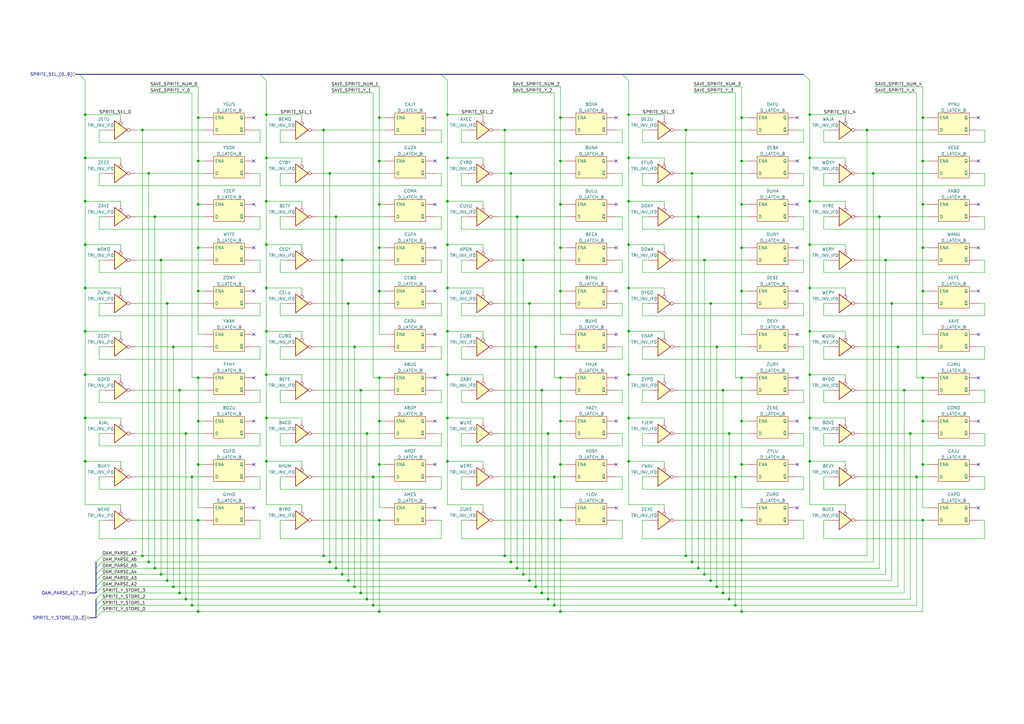
<source format=kicad_sch>
(kicad_sch (version 20211123) (generator eeschema)
  (paper "A3")
  (junction (at 229.87 83.82))
  (junction (at 304.165 154.94))
  (junction (at 73.66 160.02))
  (junction (at 299.085 177.8))
  (junction (at 81.28 190.5))
  (junction (at 375.92 195.58))
  (junction (at 378.46 83.82))
  (junction (at 229.87 190.5))
  (junction (at 378.46 154.94))
  (junction (at 68.58 124.46))
  (junction (at 332.105 100.33))
  (junction (at 304.165 213.36))
  (junction (at 378.46 48.26))
  (junction (at 132.715 227.965))
  (junction (at 257.81 135.89))
  (junction (at 155.575 66.04))
  (junction (at 286.385 233.045))
  (junction (at 34.925 64.77))
  (junction (at 142.875 124.46))
  (junction (at 153.035 248.285))
  (junction (at 283.845 71.12))
  (junction (at 378.46 172.72))
  (junction (at 109.22 153.67))
  (junction (at 81.28 83.82))
  (junction (at 288.925 235.585))
  (junction (at 207.01 227.965))
  (junction (at 183.515 189.23))
  (junction (at 155.575 101.6))
  (junction (at 368.3 142.24))
  (junction (at 378.46 66.04))
  (junction (at 257.81 100.33))
  (junction (at 109.22 46.99))
  (junction (at 76.2 177.8))
  (junction (at 183.515 135.89))
  (junction (at 78.74 195.58))
  (junction (at 63.5 88.9))
  (junction (at 301.625 195.58))
  (junction (at 140.335 106.68))
  (junction (at 81.28 48.26))
  (junction (at 219.71 142.24))
  (junction (at 257.81 46.99))
  (junction (at 291.465 124.46))
  (junction (at 34.925 82.55))
  (junction (at 183.515 171.45))
  (junction (at 291.465 238.125))
  (junction (at 109.22 100.33))
  (junction (at 370.84 160.02))
  (junction (at 153.035 195.58))
  (junction (at 34.925 135.89))
  (junction (at 378.46 190.5))
  (junction (at 58.42 53.34))
  (junction (at 229.87 172.72))
  (junction (at 294.005 142.24))
  (junction (at 257.81 153.67))
  (junction (at 378.46 213.36))
  (junction (at 229.87 213.36))
  (junction (at 81.28 213.36))
  (junction (at 109.22 82.55))
  (junction (at 155.575 83.82))
  (junction (at 34.925 118.11))
  (junction (at 360.68 88.9))
  (junction (at 373.38 177.8))
  (junction (at 71.12 142.24))
  (junction (at 145.415 142.24))
  (junction (at 332.105 171.45))
  (junction (at 229.87 119.38))
  (junction (at 183.515 82.55))
  (junction (at 296.545 243.205))
  (junction (at 183.515 64.77))
  (junction (at 257.81 118.11))
  (junction (at 142.875 238.125))
  (junction (at 304.165 66.04))
  (junction (at 81.28 101.6))
  (junction (at 183.515 153.67))
  (junction (at 281.305 227.965))
  (junction (at 301.625 248.285))
  (junction (at 229.87 250.825))
  (junction (at 155.575 250.825))
  (junction (at 145.415 240.665))
  (junction (at 304.165 119.38))
  (junction (at 296.545 160.02))
  (junction (at 81.28 250.825))
  (junction (at 183.515 46.99))
  (junction (at 155.575 119.38))
  (junction (at 140.335 235.585))
  (junction (at 109.22 189.23))
  (junction (at 34.925 189.23))
  (junction (at 304.165 48.26))
  (junction (at 214.63 235.585))
  (junction (at 299.085 245.745))
  (junction (at 183.515 100.33))
  (junction (at 304.165 172.72))
  (junction (at 355.6 53.34))
  (junction (at 109.22 118.11))
  (junction (at 150.495 177.8))
  (junction (at 229.87 48.26))
  (junction (at 283.845 230.505))
  (junction (at 135.255 230.505))
  (junction (at 332.105 46.99))
  (junction (at 34.925 46.99))
  (junction (at 304.165 83.82))
  (junction (at 378.46 119.38))
  (junction (at 212.09 233.045))
  (junction (at 155.575 172.72))
  (junction (at 217.17 124.46))
  (junction (at 332.105 82.55))
  (junction (at 304.165 250.825))
  (junction (at 207.01 53.34))
  (junction (at 378.46 101.6))
  (junction (at 183.515 118.11))
  (junction (at 224.79 245.745))
  (junction (at 229.87 101.6))
  (junction (at 217.17 238.125))
  (junction (at 332.105 118.11))
  (junction (at 219.71 240.665))
  (junction (at 34.925 153.67))
  (junction (at 222.25 243.205))
  (junction (at 222.25 160.02))
  (junction (at 212.09 88.9))
  (junction (at 332.105 189.23))
  (junction (at 109.22 171.45))
  (junction (at 332.105 64.77))
  (junction (at 147.955 160.02))
  (junction (at 257.81 82.55))
  (junction (at 34.925 171.45))
  (junction (at 294.005 240.665))
  (junction (at 155.575 213.36))
  (junction (at 332.105 135.89))
  (junction (at 81.28 172.72))
  (junction (at 73.66 243.205))
  (junction (at 58.42 227.965))
  (junction (at 78.74 248.285))
  (junction (at 76.2 245.745))
  (junction (at 71.12 240.665))
  (junction (at 68.58 238.125))
  (junction (at 63.5 233.045))
  (junction (at 60.96 230.505))
  (junction (at 66.04 235.585))
  (junction (at 281.305 53.34))
  (junction (at 209.55 230.505))
  (junction (at 137.795 233.045))
  (junction (at 155.575 48.26))
  (junction (at 286.385 88.9))
  (junction (at 81.28 154.94))
  (junction (at 227.33 248.285))
  (junction (at 81.28 119.38))
  (junction (at 66.04 106.68))
  (junction (at 257.81 189.23))
  (junction (at 109.22 64.77))
  (junction (at 304.165 101.6))
  (junction (at 257.81 64.77))
  (junction (at 155.575 154.94))
  (junction (at 224.79 177.8))
  (junction (at 137.795 88.9))
  (junction (at 358.14 71.12))
  (junction (at 135.255 71.12))
  (junction (at 363.22 106.68))
  (junction (at 227.33 195.58))
  (junction (at 132.715 53.34))
  (junction (at 332.105 153.67))
  (junction (at 155.575 190.5))
  (junction (at 229.87 154.94))
  (junction (at 209.55 71.12))
  (junction (at 304.165 190.5))
  (junction (at 288.925 106.68))
  (junction (at 34.925 100.33))
  (junction (at 150.495 245.745))
  (junction (at 214.63 106.68))
  (junction (at 60.96 71.12))
  (junction (at 365.76 124.46))
  (junction (at 147.955 243.205))
  (junction (at 257.81 171.45))
  (junction (at 109.22 135.89))
  (junction (at 81.28 66.04))
  (junction (at 229.87 66.04))
  (no_connect (at 327.025 190.5))
  (no_connect (at 252.73 190.5))
  (no_connect (at 327.025 66.04))
  (no_connect (at 178.435 190.5))
  (no_connect (at 178.435 137.16))
  (no_connect (at 252.73 83.82))
  (no_connect (at 104.14 137.16))
  (no_connect (at 178.435 154.94))
  (no_connect (at 104.14 83.82))
  (no_connect (at 252.73 137.16))
  (no_connect (at 104.14 208.28))
  (no_connect (at 401.32 137.16))
  (no_connect (at 178.435 83.82))
  (no_connect (at 252.73 119.38))
  (no_connect (at 401.32 66.04))
  (no_connect (at 252.73 101.6))
  (no_connect (at 327.025 119.38))
  (no_connect (at 327.025 48.26))
  (no_connect (at 178.435 48.26))
  (no_connect (at 252.73 208.28))
  (no_connect (at 401.32 172.72))
  (no_connect (at 327.025 137.16))
  (no_connect (at 401.32 208.28))
  (no_connect (at 252.73 154.94))
  (no_connect (at 401.32 101.6))
  (no_connect (at 401.32 119.38))
  (no_connect (at 104.14 66.04))
  (no_connect (at 178.435 119.38))
  (no_connect (at 252.73 48.26))
  (no_connect (at 104.14 101.6))
  (no_connect (at 178.435 66.04))
  (no_connect (at 327.025 172.72))
  (no_connect (at 401.32 190.5))
  (no_connect (at 327.025 154.94))
  (no_connect (at 327.025 83.82))
  (no_connect (at 104.14 119.38))
  (no_connect (at 327.025 101.6))
  (no_connect (at 104.14 172.72))
  (no_connect (at 252.73 66.04))
  (no_connect (at 178.435 172.72))
  (no_connect (at 401.32 83.82))
  (no_connect (at 252.73 172.72))
  (no_connect (at 327.025 208.28))
  (no_connect (at 104.14 190.5))
  (no_connect (at 401.32 154.94))
  (no_connect (at 104.14 154.94))
  (no_connect (at 178.435 101.6))
  (no_connect (at 104.14 48.26))
  (no_connect (at 401.32 48.26))
  (no_connect (at 178.435 208.28))
  (bus_entry (at 32.385 30.48) (size 2.54 2.54))
  (bus_entry (at 39.37 233.045) (size 2.54 -2.54))
  (bus_entry (at 39.37 238.125) (size 2.54 -2.54))
  (bus_entry (at 180.975 30.48) (size 2.54 2.54))
  (bus_entry (at 255.27 30.48) (size 2.54 2.54))
  (bus_entry (at 106.68 30.48) (size 2.54 2.54))
  (bus_entry (at 39.37 235.585) (size 2.54 -2.54))
  (bus_entry (at 39.37 243.205) (size 2.54 -2.54))
  (bus_entry (at 41.91 243.205) (size -2.54 2.54))
  (bus_entry (at 39.37 230.505) (size 2.54 -2.54))
  (bus_entry (at 41.91 250.825) (size -2.54 2.54))
  (bus_entry (at 41.91 245.745) (size -2.54 2.54))
  (bus_entry (at 41.91 248.285) (size -2.54 2.54))
  (bus_entry (at 329.565 30.48) (size 2.54 2.54))
  (bus_entry (at 39.37 240.665) (size 2.54 -2.54))
  (wire (pts (xy 106.68 76.2) (xy 40.64 76.2)))
  (wire (pts (xy 281.305 53.34) (xy 306.705 53.34)))
  (wire (pts (xy 255.27 106.68) (xy 255.27 111.76)))
  (wire (pts (xy 180.975 76.2) (xy 114.935 76.2)))
  (wire (pts (xy 283.845 71.12) (xy 306.705 71.12)))
  (wire (pts (xy 55.88 160.02) (xy 73.66 160.02)))
  (wire (pts (xy 272.415 208.28) (xy 272.415 207.01)))
  (wire (pts (xy 304.165 250.825) (xy 378.46 250.825)))
  (wire (pts (xy 263.525 58.42) (xy 263.525 53.34)))
  (wire (pts (xy 353.06 71.12) (xy 358.14 71.12)))
  (wire (pts (xy 301.625 248.285) (xy 375.92 248.285)))
  (wire (pts (xy 353.06 160.02) (xy 370.84 160.02)))
  (wire (pts (xy 81.28 83.82) (xy 81.28 101.6)))
  (wire (pts (xy 114.935 182.88) (xy 114.935 177.8)))
  (wire (pts (xy 346.71 118.11) (xy 332.105 118.11)))
  (wire (pts (xy 49.53 137.16) (xy 49.53 135.89)))
  (wire (pts (xy 49.53 189.23) (xy 49.53 190.5)))
  (wire (pts (xy 130.175 213.36) (xy 155.575 213.36)))
  (wire (pts (xy 40.64 182.88) (xy 40.64 177.8)))
  (wire (pts (xy 337.82 182.88) (xy 337.82 177.8)))
  (wire (pts (xy 189.23 58.42) (xy 189.23 53.34)))
  (wire (pts (xy 263.525 182.88) (xy 263.525 177.8)))
  (wire (pts (xy 272.415 118.11) (xy 257.81 118.11)))
  (wire (pts (xy 329.565 111.76) (xy 263.525 111.76)))
  (wire (pts (xy 204.47 213.36) (xy 229.87 213.36)))
  (wire (pts (xy 123.825 153.67) (xy 123.825 154.94)))
  (wire (pts (xy 329.565 93.98) (xy 263.525 93.98)))
  (wire (pts (xy 217.17 238.125) (xy 291.465 238.125)))
  (wire (pts (xy 272.415 46.99) (xy 272.415 48.26)))
  (wire (pts (xy 123.825 135.89) (xy 109.22 135.89)))
  (wire (pts (xy 180.975 182.88) (xy 114.935 182.88)))
  (wire (pts (xy 145.415 142.24) (xy 145.415 240.665)))
  (wire (pts (xy 158.115 154.94) (xy 155.575 154.94)))
  (wire (pts (xy 255.27 142.24) (xy 255.27 147.32)))
  (wire (pts (xy 294.005 240.665) (xy 368.3 240.665)))
  (wire (pts (xy 40.64 165.1) (xy 40.64 160.02)))
  (wire (pts (xy 34.925 189.23) (xy 34.925 207.01)))
  (wire (pts (xy 232.41 154.94) (xy 229.87 154.94)))
  (wire (pts (xy 104.14 195.58) (xy 106.68 195.58)))
  (wire (pts (xy 363.22 106.68) (xy 363.22 235.585)))
  (wire (pts (xy 255.27 160.02) (xy 255.27 165.1)))
  (wire (pts (xy 381 48.26) (xy 378.46 48.26)))
  (wire (pts (xy 229.87 83.82) (xy 229.87 101.6)))
  (wire (pts (xy 34.925 153.67) (xy 34.925 171.45)))
  (wire (pts (xy 329.565 53.34) (xy 329.565 58.42)))
  (wire (pts (xy 217.17 124.46) (xy 232.41 124.46)))
  (wire (pts (xy 204.47 71.12) (xy 209.55 71.12)))
  (wire (pts (xy 109.22 82.55) (xy 109.22 100.33)))
  (wire (pts (xy 198.12 171.45) (xy 183.515 171.45)))
  (wire (pts (xy 272.415 137.16) (xy 272.415 135.89)))
  (wire (pts (xy 304.165 172.72) (xy 306.705 172.72)))
  (wire (pts (xy 155.575 101.6) (xy 155.575 119.38)))
  (wire (pts (xy 263.525 160.02) (xy 266.065 160.02)))
  (wire (pts (xy 60.96 230.505) (xy 135.255 230.505)))
  (wire (pts (xy 180.975 220.98) (xy 114.935 220.98)))
  (wire (pts (xy 346.71 135.89) (xy 332.105 135.89)))
  (wire (pts (xy 153.035 154.94) (xy 153.035 38.1)))
  (bus (pts (xy 255.27 30.48) (xy 329.565 30.48)))
  (wire (pts (xy 255.27 76.2) (xy 189.23 76.2)))
  (wire (pts (xy 114.935 200.66) (xy 114.935 195.58)))
  (wire (pts (xy 257.81 189.23) (xy 272.415 189.23)))
  (wire (pts (xy 66.04 106.68) (xy 66.04 235.585)))
  (wire (pts (xy 329.565 200.66) (xy 263.525 200.66)))
  (wire (pts (xy 403.86 220.98) (xy 337.82 220.98)))
  (wire (pts (xy 291.465 124.46) (xy 306.705 124.46)))
  (wire (pts (xy 304.165 66.04) (xy 304.165 83.82)))
  (wire (pts (xy 198.12 82.55) (xy 183.515 82.55)))
  (wire (pts (xy 346.71 64.77) (xy 346.71 66.04)))
  (wire (pts (xy 55.88 213.36) (xy 81.28 213.36)))
  (wire (pts (xy 155.575 190.5) (xy 155.575 208.28)))
  (wire (pts (xy 130.175 88.9) (xy 137.795 88.9)))
  (wire (pts (xy 263.525 124.46) (xy 266.065 124.46)))
  (wire (pts (xy 378.46 83.82) (xy 378.46 101.6)))
  (wire (pts (xy 178.435 142.24) (xy 180.975 142.24)))
  (wire (pts (xy 329.565 76.2) (xy 263.525 76.2)))
  (wire (pts (xy 183.515 189.23) (xy 198.12 189.23)))
  (wire (pts (xy 365.76 238.125) (xy 365.76 124.46)))
  (wire (pts (xy 403.86 106.68) (xy 403.86 111.76)))
  (wire (pts (xy 346.71 82.55) (xy 332.105 82.55)))
  (wire (pts (xy 327.025 213.36) (xy 329.565 213.36)))
  (wire (pts (xy 255.27 200.66) (xy 189.23 200.66)))
  (wire (pts (xy 378.46 66.04) (xy 378.46 83.82)))
  (wire (pts (xy 204.47 106.68) (xy 214.63 106.68)))
  (wire (pts (xy 278.765 160.02) (xy 296.545 160.02)))
  (wire (pts (xy 106.68 58.42) (xy 40.64 58.42)))
  (wire (pts (xy 229.87 154.94) (xy 229.87 172.72)))
  (wire (pts (xy 281.305 227.965) (xy 355.6 227.965)))
  (wire (pts (xy 229.87 66.04) (xy 232.41 66.04)))
  (wire (pts (xy 106.68 71.12) (xy 106.68 76.2)))
  (wire (pts (xy 375.92 154.94) (xy 375.92 38.1)))
  (wire (pts (xy 130.175 106.68) (xy 140.335 106.68)))
  (wire (pts (xy 375.92 195.58) (xy 381 195.58)))
  (wire (pts (xy 278.765 142.24) (xy 294.005 142.24)))
  (wire (pts (xy 255.27 111.76) (xy 189.23 111.76)))
  (wire (pts (xy 34.925 100.33) (xy 49.53 100.33)))
  (wire (pts (xy 355.6 53.34) (xy 355.6 227.965)))
  (wire (pts (xy 291.465 238.125) (xy 365.76 238.125)))
  (wire (pts (xy 263.525 165.1) (xy 263.525 160.02)))
  (wire (pts (xy 263.525 177.8) (xy 266.065 177.8)))
  (wire (pts (xy 130.175 124.46) (xy 142.875 124.46)))
  (wire (pts (xy 286.385 233.045) (xy 360.68 233.045)))
  (wire (pts (xy 368.3 142.24) (xy 381 142.24)))
  (wire (pts (xy 368.3 142.24) (xy 368.3 240.665)))
  (wire (pts (xy 299.085 177.8) (xy 306.705 177.8)))
  (wire (pts (xy 40.64 111.76) (xy 40.64 106.68)))
  (wire (pts (xy 145.415 240.665) (xy 219.71 240.665)))
  (wire (pts (xy 304.165 208.28) (xy 306.705 208.28)))
  (wire (pts (xy 229.87 250.825) (xy 304.165 250.825)))
  (wire (pts (xy 337.82 76.2) (xy 337.82 71.12)))
  (wire (pts (xy 83.82 83.82) (xy 81.28 83.82)))
  (wire (pts (xy 403.86 213.36) (xy 403.86 220.98)))
  (bus (pts (xy 39.37 233.045) (xy 39.37 235.585)))
  (wire (pts (xy 34.925 33.02) (xy 34.925 46.99)))
  (bus (pts (xy 39.37 250.825) (xy 39.37 253.365)))
  (wire (pts (xy 49.53 118.11) (xy 34.925 118.11)))
  (wire (pts (xy 327.025 53.34) (xy 329.565 53.34)))
  (wire (pts (xy 255.27 165.1) (xy 189.23 165.1)))
  (wire (pts (xy 360.68 88.9) (xy 360.68 233.045)))
  (wire (pts (xy 363.22 106.68) (xy 381 106.68)))
  (wire (pts (xy 403.86 76.2) (xy 337.82 76.2)))
  (wire (pts (xy 381 190.5) (xy 378.46 190.5)))
  (wire (pts (xy 49.53 83.82) (xy 49.53 82.55)))
  (wire (pts (xy 104.14 160.02) (xy 106.68 160.02)))
  (wire (pts (xy 109.22 153.67) (xy 123.825 153.67)))
  (wire (pts (xy 353.06 177.8) (xy 373.38 177.8)))
  (wire (pts (xy 81.28 213.36) (xy 81.28 250.825)))
  (wire (pts (xy 114.935 220.98) (xy 114.935 213.36)))
  (wire (pts (xy 106.68 53.34) (xy 106.68 58.42)))
  (wire (pts (xy 229.87 119.38) (xy 229.87 137.16)))
  (wire (pts (xy 73.66 160.02) (xy 83.82 160.02)))
  (wire (pts (xy 378.46 48.26) (xy 378.46 66.04)))
  (wire (pts (xy 403.86 142.24) (xy 403.86 147.32)))
  (wire (pts (xy 255.27 213.36) (xy 255.27 220.98)))
  (wire (pts (xy 178.435 88.9) (xy 180.975 88.9)))
  (wire (pts (xy 155.575 119.38) (xy 155.575 137.16)))
  (wire (pts (xy 337.82 213.36) (xy 340.36 213.36)))
  (wire (pts (xy 60.96 71.12) (xy 60.96 230.505)))
  (wire (pts (xy 114.935 142.24) (xy 117.475 142.24)))
  (wire (pts (xy 109.22 153.67) (xy 109.22 171.45)))
  (wire (pts (xy 252.73 124.46) (xy 255.27 124.46)))
  (wire (pts (xy 189.23 71.12) (xy 191.77 71.12)))
  (wire (pts (xy 40.64 88.9) (xy 43.18 88.9)))
  (wire (pts (xy 81.28 172.72) (xy 83.82 172.72)))
  (wire (pts (xy 263.525 220.98) (xy 263.525 213.36)))
  (wire (pts (xy 222.25 160.02) (xy 232.41 160.02)))
  (wire (pts (xy 104.14 88.9) (xy 106.68 88.9)))
  (wire (pts (xy 155.575 66.04) (xy 155.575 83.82)))
  (wire (pts (xy 135.255 71.12) (xy 135.255 230.505)))
  (wire (pts (xy 41.91 245.745) (xy 76.2 245.745)))
  (wire (pts (xy 83.82 154.94) (xy 81.28 154.94)))
  (wire (pts (xy 229.87 190.5) (xy 229.87 208.28)))
  (wire (pts (xy 114.935 53.34) (xy 117.475 53.34)))
  (wire (pts (xy 263.525 111.76) (xy 263.525 106.68)))
  (wire (pts (xy 189.23 195.58) (xy 191.77 195.58)))
  (wire (pts (xy 281.305 53.34) (xy 281.305 227.965)))
  (wire (pts (xy 155.575 154.94) (xy 155.575 172.72)))
  (wire (pts (xy 252.73 106.68) (xy 255.27 106.68)))
  (wire (pts (xy 252.73 53.34) (xy 255.27 53.34)))
  (wire (pts (xy 329.565 129.54) (xy 263.525 129.54)))
  (wire (pts (xy 232.41 190.5) (xy 229.87 190.5)))
  (wire (pts (xy 332.105 64.77) (xy 332.105 46.99)))
  (wire (pts (xy 207.01 53.34) (xy 207.01 227.965)))
  (wire (pts (xy 109.22 64.77) (xy 109.22 82.55)))
  (wire (pts (xy 378.46 154.94) (xy 378.46 172.72)))
  (wire (pts (xy 272.415 83.82) (xy 272.415 82.55)))
  (wire (pts (xy 73.66 160.02) (xy 73.66 243.205)))
  (wire (pts (xy 123.825 189.23) (xy 123.825 190.5)))
  (wire (pts (xy 189.23 53.34) (xy 191.77 53.34)))
  (wire (pts (xy 40.64 147.32) (xy 40.64 142.24)))
  (wire (pts (xy 346.71 208.28) (xy 346.71 207.01)))
  (wire (pts (xy 403.86 71.12) (xy 403.86 76.2)))
  (wire (pts (xy 288.925 106.68) (xy 306.705 106.68)))
  (wire (pts (xy 327.025 106.68) (xy 329.565 106.68)))
  (wire (pts (xy 255.27 93.98) (xy 189.23 93.98)))
  (wire (pts (xy 263.525 213.36) (xy 266.065 213.36)))
  (wire (pts (xy 66.04 235.585) (xy 140.335 235.585)))
  (wire (pts (xy 329.565 106.68) (xy 329.565 111.76)))
  (wire (pts (xy 198.12 153.67) (xy 198.12 154.94)))
  (wire (pts (xy 78.74 195.58) (xy 78.74 248.285)))
  (wire (pts (xy 255.27 195.58) (xy 255.27 200.66)))
  (wire (pts (xy 403.86 147.32) (xy 337.82 147.32)))
  (wire (pts (xy 222.25 160.02) (xy 222.25 243.205)))
  (wire (pts (xy 81.28 119.38) (xy 81.28 137.16)))
  (wire (pts (xy 155.575 172.72) (xy 155.575 190.5)))
  (wire (pts (xy 365.76 124.46) (xy 381 124.46)))
  (wire (pts (xy 68.58 238.125) (xy 68.58 124.46)))
  (wire (pts (xy 104.14 124.46) (xy 106.68 124.46)))
  (wire (pts (xy 401.32 88.9) (xy 403.86 88.9)))
  (wire (pts (xy 109.22 189.23) (xy 109.22 207.01)))
  (wire (pts (xy 58.42 53.34) (xy 58.42 227.965)))
  (wire (pts (xy 401.32 71.12) (xy 403.86 71.12)))
  (wire (pts (xy 123.825 118.11) (xy 109.22 118.11)))
  (wire (pts (xy 180.975 165.1) (xy 114.935 165.1)))
  (wire (pts (xy 198.12 119.38) (xy 198.12 118.11)))
  (wire (pts (xy 263.525 106.68) (xy 266.065 106.68)))
  (wire (pts (xy 198.12 118.11) (xy 183.515 118.11)))
  (wire (pts (xy 232.41 48.26) (xy 229.87 48.26)))
  (wire (pts (xy 401.32 177.8) (xy 403.86 177.8)))
  (wire (pts (xy 257.81 135.89) (xy 257.81 153.67)))
  (wire (pts (xy 114.935 93.98) (xy 114.935 88.9)))
  (wire (pts (xy 180.975 58.42) (xy 114.935 58.42)))
  (wire (pts (xy 229.87 172.72) (xy 229.87 190.5)))
  (wire (pts (xy 257.81 82.55) (xy 257.81 100.33)))
  (wire (pts (xy 106.68 129.54) (xy 40.64 129.54)))
  (wire (pts (xy 180.975 71.12) (xy 180.975 76.2)))
  (wire (pts (xy 229.87 213.36) (xy 232.41 213.36)))
  (wire (pts (xy 130.175 142.24) (xy 145.415 142.24)))
  (wire (pts (xy 158.115 83.82) (xy 155.575 83.82)))
  (wire (pts (xy 198.12 46.99) (xy 198.12 48.26)))
  (wire (pts (xy 296.545 160.02) (xy 306.705 160.02)))
  (wire (pts (xy 332.105 118.11) (xy 332.105 135.89)))
  (wire (pts (xy 332.105 153.67) (xy 332.105 171.45)))
  (wire (pts (xy 299.085 177.8) (xy 299.085 245.745)))
  (wire (pts (xy 68.58 124.46) (xy 83.82 124.46)))
  (wire (pts (xy 403.86 88.9) (xy 403.86 93.98)))
  (wire (pts (xy 114.935 177.8) (xy 117.475 177.8)))
  (wire (pts (xy 332.105 82.55) (xy 332.105 100.33)))
  (wire (pts (xy 104.14 177.8) (xy 106.68 177.8)))
  (wire (pts (xy 189.23 93.98) (xy 189.23 88.9)))
  (wire (pts (xy 114.935 165.1) (xy 114.935 160.02)))
  (wire (pts (xy 145.415 142.24) (xy 158.115 142.24)))
  (wire (pts (xy 257.81 118.11) (xy 257.81 135.89)))
  (wire (pts (xy 219.71 142.24) (xy 219.71 240.665)))
  (wire (pts (xy 180.975 106.68) (xy 180.975 111.76)))
  (wire (pts (xy 189.23 220.98) (xy 189.23 213.36)))
  (wire (pts (xy 232.41 119.38) (xy 229.87 119.38)))
  (wire (pts (xy 130.175 53.34) (xy 132.715 53.34)))
  (wire (pts (xy 272.415 153.67) (xy 272.415 154.94)))
  (wire (pts (xy 327.025 71.12) (xy 329.565 71.12)))
  (wire (pts (xy 114.935 111.76) (xy 114.935 106.68)))
  (wire (pts (xy 155.575 101.6) (xy 158.115 101.6)))
  (wire (pts (xy 373.38 177.8) (xy 381 177.8)))
  (wire (pts (xy 198.12 83.82) (xy 198.12 82.55)))
  (wire (pts (xy 198.12 189.23) (xy 198.12 190.5)))
  (wire (pts (xy 329.565 213.36) (xy 329.565 220.98)))
  (wire (pts (xy 183.515 118.11) (xy 183.515 135.89)))
  (wire (pts (xy 255.27 71.12) (xy 255.27 76.2)))
  (wire (pts (xy 358.14 71.12) (xy 358.14 230.505)))
  (wire (pts (xy 224.79 245.745) (xy 299.085 245.745)))
  (wire (pts (xy 183.515 135.89) (xy 183.515 153.67)))
  (wire (pts (xy 155.575 213.36) (xy 155.575 250.825)))
  (wire (pts (xy 337.82 177.8) (xy 340.36 177.8)))
  (wire (pts (xy 304.165 119.38) (xy 304.165 137.16)))
  (wire (pts (xy 189.23 147.32) (xy 189.23 142.24)))
  (wire (pts (xy 286.385 88.9) (xy 286.385 233.045)))
  (wire (pts (xy 114.935 147.32) (xy 114.935 142.24)))
  (wire (pts (xy 40.64 106.68) (xy 43.18 106.68)))
  (wire (pts (xy 304.165 66.04) (xy 306.705 66.04)))
  (wire (pts (xy 40.64 220.98) (xy 40.64 213.36)))
  (wire (pts (xy 381 154.94) (xy 378.46 154.94)))
  (wire (pts (xy 263.525 88.9) (xy 266.065 88.9)))
  (wire (pts (xy 304.165 137.16) (xy 306.705 137.16)))
  (wire (pts (xy 49.53 46.99) (xy 49.53 48.26)))
  (wire (pts (xy 41.91 238.125) (xy 68.58 238.125)))
  (wire (pts (xy 41.91 230.505) (xy 60.96 230.505)))
  (wire (pts (xy 81.28 250.825) (xy 155.575 250.825)))
  (wire (pts (xy 198.12 207.01) (xy 183.515 207.01)))
  (wire (pts (xy 132.715 53.34) (xy 158.115 53.34)))
  (wire (pts (xy 123.825 83.82) (xy 123.825 82.55)))
  (wire (pts (xy 123.825 64.77) (xy 123.825 66.04)))
  (wire (pts (xy 73.66 243.205) (xy 147.955 243.205)))
  (wire (pts (xy 403.86 58.42) (xy 337.82 58.42)))
  (wire (pts (xy 40.64 142.24) (xy 43.18 142.24)))
  (wire (pts (xy 204.47 142.24) (xy 219.71 142.24)))
  (wire (pts (xy 207.01 227.965) (xy 281.305 227.965)))
  (wire (pts (xy 296.545 243.205) (xy 370.84 243.205)))
  (wire (pts (xy 135.89 38.1) (xy 153.035 38.1)))
  (wire (pts (xy 40.64 76.2) (xy 40.64 71.12)))
  (wire (pts (xy 332.105 64.77) (xy 332.105 82.55)))
  (wire (pts (xy 332.105 135.89) (xy 332.105 153.67)))
  (wire (pts (xy 353.06 53.34) (xy 355.6 53.34)))
  (wire (pts (xy 403.86 111.76) (xy 337.82 111.76)))
  (wire (pts (xy 252.73 160.02) (xy 255.27 160.02)))
  (wire (pts (xy 401.32 195.58) (xy 403.86 195.58)))
  (wire (pts (xy 306.705 83.82) (xy 304.165 83.82)))
  (wire (pts (xy 255.27 220.98) (xy 189.23 220.98)))
  (wire (pts (xy 81.28 66.04) (xy 83.82 66.04)))
  (wire (pts (xy 41.91 235.585) (xy 66.04 235.585)))
  (wire (pts (xy 291.465 238.125) (xy 291.465 124.46)))
  (wire (pts (xy 178.435 106.68) (xy 180.975 106.68)))
  (wire (pts (xy 135.255 230.505) (xy 209.55 230.505)))
  (wire (pts (xy 178.435 213.36) (xy 180.975 213.36)))
  (wire (pts (xy 198.12 100.33) (xy 198.12 101.6)))
  (wire (pts (xy 34.925 118.11) (xy 34.925 135.89)))
  (wire (pts (xy 183.515 189.23) (xy 183.515 207.01)))
  (wire (pts (xy 278.765 106.68) (xy 288.925 106.68)))
  (wire (pts (xy 337.82 124.46) (xy 340.36 124.46)))
  (wire (pts (xy 147.955 160.02) (xy 147.955 243.205)))
  (wire (pts (xy 49.53 207.01) (xy 34.925 207.01)))
  (wire (pts (xy 204.47 195.58) (xy 227.33 195.58)))
  (wire (pts (xy 40.64 213.36) (xy 43.18 213.36)))
  (wire (pts (xy 263.525 76.2) (xy 263.525 71.12)))
  (wire (pts (xy 34.925 135.89) (xy 34.925 153.67)))
  (wire (pts (xy 142.875 238.125) (xy 142.875 124.46)))
  (wire (pts (xy 123.825 82.55) (xy 109.22 82.55)))
  (wire (pts (xy 210.185 38.1) (xy 227.33 38.1)))
  (wire (pts (xy 189.23 76.2) (xy 189.23 71.12)))
  (wire (pts (xy 209.55 230.505) (xy 283.845 230.505)))
  (wire (pts (xy 329.565 220.98) (xy 263.525 220.98)))
  (wire (pts (xy 106.68 142.24) (xy 106.68 147.32)))
  (wire (pts (xy 229.87 172.72) (xy 232.41 172.72)))
  (wire (pts (xy 78.74 248.285) (xy 153.035 248.285)))
  (wire (pts (xy 306.705 119.38) (xy 304.165 119.38)))
  (wire (pts (xy 130.175 177.8) (xy 150.495 177.8)))
  (wire (pts (xy 278.765 177.8) (xy 299.085 177.8)))
  (wire (pts (xy 304.165 48.26) (xy 304.165 35.56)))
  (wire (pts (xy 104.14 53.34) (xy 106.68 53.34)))
  (wire (pts (xy 229.87 137.16) (xy 232.41 137.16)))
  (wire (pts (xy 109.22 100.33) (xy 109.22 118.11)))
  (wire (pts (xy 49.53 171.45) (xy 34.925 171.45)))
  (wire (pts (xy 104.14 213.36) (xy 106.68 213.36)))
  (wire (pts (xy 401.32 106.68) (xy 403.86 106.68)))
  (wire (pts (xy 155.575 154.94) (xy 153.035 154.94)))
  (wire (pts (xy 329.565 142.24) (xy 329.565 147.32)))
  (wire (pts (xy 78.74 195.58) (xy 83.82 195.58)))
  (wire (pts (xy 370.84 160.02) (xy 370.84 243.205)))
  (wire (pts (xy 180.975 213.36) (xy 180.975 220.98)))
  (wire (pts (xy 403.86 53.34) (xy 403.86 58.42)))
  (wire (pts (xy 109.22 135.89) (xy 109.22 153.67)))
  (wire (pts (xy 378.46 66.04) (xy 381 66.04)))
  (wire (pts (xy 272.415 171.45) (xy 257.81 171.45)))
  (wire (pts (xy 286.385 88.9) (xy 306.705 88.9)))
  (wire (pts (xy 106.68 177.8) (xy 106.68 182.88)))
  (wire (pts (xy 76.2 245.745) (xy 150.495 245.745)))
  (wire (pts (xy 49.53 172.72) (xy 49.53 171.45)))
  (wire (pts (xy 227.33 195.58) (xy 227.33 248.285)))
  (wire (pts (xy 178.435 177.8) (xy 180.975 177.8)))
  (wire (pts (xy 158.115 119.38) (xy 155.575 119.38)))
  (wire (pts (xy 229.87 154.94) (xy 227.33 154.94)))
  (wire (pts (xy 263.525 195.58) (xy 266.065 195.58)))
  (wire (pts (xy 378.46 213.36) (xy 381 213.36)))
  (wire (pts (xy 294.005 142.24) (xy 306.705 142.24)))
  (wire (pts (xy 222.25 243.205) (xy 296.545 243.205)))
  (wire (pts (xy 106.68 200.66) (xy 40.64 200.66)))
  (wire (pts (xy 229.87 66.04) (xy 229.87 83.82)))
  (wire (pts (xy 178.435 71.12) (xy 180.975 71.12)))
  (wire (pts (xy 327.025 124.46) (xy 329.565 124.46)))
  (wire (pts (xy 180.975 177.8) (xy 180.975 182.88)))
  (wire (pts (xy 81.28 172.72) (xy 81.28 190.5)))
  (wire (pts (xy 147.955 243.205) (xy 222.25 243.205)))
  (wire (pts (xy 283.845 230.505) (xy 358.14 230.505)))
  (wire (pts (xy 123.825 46.99) (xy 123.825 48.26)))
  (wire (pts (xy 135.89 35.56) (xy 155.575 35.56)))
  (wire (pts (xy 189.23 177.8) (xy 191.77 177.8)))
  (wire (pts (xy 155.575 48.26) (xy 155.575 35.56)))
  (wire (pts (xy 109.22 100.33) (xy 123.825 100.33)))
  (wire (pts (xy 229.87 101.6) (xy 232.41 101.6)))
  (wire (pts (xy 304.165 190.5) (xy 304.165 208.28)))
  (wire (pts (xy 332.105 46.99) (xy 346.71 46.99)))
  (wire (pts (xy 81.28 190.5) (xy 81.28 208.28)))
  (wire (pts (xy 304.165 48.26) (xy 304.165 66.04)))
  (wire (pts (xy 272.415 135.89) (xy 257.81 135.89)))
  (wire (pts (xy 155.575 66.04) (xy 158.115 66.04)))
  (wire (pts (xy 155.575 208.28) (xy 158.115 208.28)))
  (wire (pts (xy 114.935 129.54) (xy 114.935 124.46)))
  (wire (pts (xy 278.765 124.46) (xy 291.465 124.46)))
  (wire (pts (xy 332.105 153.67) (xy 346.71 153.67)))
  (wire (pts (xy 329.565 71.12) (xy 329.565 76.2)))
  (wire (pts (xy 255.27 58.42) (xy 189.23 58.42)))
  (wire (pts (xy 55.88 88.9) (xy 63.5 88.9)))
  (wire (pts (xy 403.86 177.8) (xy 403.86 182.88)))
  (wire (pts (xy 337.82 106.68) (xy 340.36 106.68)))
  (wire (pts (xy 150.495 177.8) (xy 150.495 245.745)))
  (wire (pts (xy 219.71 142.24) (xy 232.41 142.24)))
  (wire (pts (xy 257.81 64.77) (xy 257.81 46.99)))
  (wire (pts (xy 301.625 195.58) (xy 301.625 248.285)))
  (wire (pts (xy 178.435 195.58) (xy 180.975 195.58)))
  (wire (pts (xy 34.925 64.77) (xy 34.925 82.55)))
  (wire (pts (xy 83.82 48.26) (xy 81.28 48.26)))
  (wire (pts (xy 178.435 124.46) (xy 180.975 124.46)))
  (wire (pts (xy 210.185 35.56) (xy 229.87 35.56)))
  (wire (pts (xy 272.415 207.01) (xy 257.81 207.01)))
  (wire (pts (xy 329.565 195.58) (xy 329.565 200.66)))
  (wire (pts (xy 346.71 119.38) (xy 346.71 118.11)))
  (wire (pts (xy 123.825 171.45) (xy 109.22 171.45)))
  (wire (pts (xy 329.565 147.32) (xy 263.525 147.32)))
  (wire (pts (xy 346.71 172.72) (xy 346.71 171.45)))
  (wire (pts (xy 263.525 200.66) (xy 263.525 195.58)))
  (wire (pts (xy 158.115 190.5) (xy 155.575 190.5)))
  (wire (pts (xy 263.525 71.12) (xy 266.065 71.12)))
  (wire (pts (xy 155.575 137.16) (xy 158.115 137.16)))
  (wire (pts (xy 41.91 227.965) (xy 58.42 227.965)))
  (wire (pts (xy 257.81 100.33) (xy 272.415 100.33)))
  (wire (pts (xy 71.12 240.665) (xy 145.415 240.665)))
  (wire (pts (xy 378.46 101.6) (xy 378.46 119.38)))
  (wire (pts (xy 337.82 142.24) (xy 340.36 142.24)))
  (wire (pts (xy 304.165 172.72) (xy 304.165 190.5)))
  (wire (pts (xy 224.79 177.8) (xy 224.79 245.745)))
  (wire (pts (xy 155.575 213.36) (xy 158.115 213.36)))
  (wire (pts (xy 214.63 235.585) (xy 288.925 235.585)))
  (wire (pts (xy 337.82 200.66) (xy 337.82 195.58)))
  (wire (pts (xy 346.71 171.45) (xy 332.105 171.45)))
  (wire (pts (xy 55.88 124.46) (xy 68.58 124.46)))
  (wire (pts (xy 114.935 213.36) (xy 117.475 213.36)))
  (wire (pts (xy 63.5 88.9) (xy 83.82 88.9)))
  (bus (pts (xy 39.37 240.665) (xy 39.37 243.205)))
  (wire (pts (xy 40.64 71.12) (xy 43.18 71.12)))
  (wire (pts (xy 81.28 48.26) (xy 81.28 35.56)))
  (bus (pts (xy 180.975 30.48) (xy 255.27 30.48)))
  (wire (pts (xy 34.925 46.99) (xy 49.53 46.99)))
  (wire (pts (xy 147.955 160.02) (xy 158.115 160.02)))
  (wire (pts (xy 114.935 124.46) (xy 117.475 124.46)))
  (wire (pts (xy 204.47 177.8) (xy 224.79 177.8)))
  (wire (pts (xy 63.5 88.9) (xy 63.5 233.045)))
  (wire (pts (xy 140.335 106.68) (xy 158.115 106.68)))
  (wire (pts (xy 34.925 153.67) (xy 49.53 153.67)))
  (bus (pts (xy 39.37 235.585) (xy 39.37 238.125)))
  (wire (pts (xy 204.47 124.46) (xy 217.17 124.46)))
  (wire (pts (xy 301.625 195.58) (xy 306.705 195.58)))
  (wire (pts (xy 401.32 213.36) (xy 403.86 213.36)))
  (wire (pts (xy 41.91 250.825) (xy 81.28 250.825)))
  (wire (pts (xy 114.935 76.2) (xy 114.935 71.12)))
  (wire (pts (xy 288.925 235.585) (xy 363.22 235.585)))
  (wire (pts (xy 346.71 153.67) (xy 346.71 154.94)))
  (wire (pts (xy 58.42 227.965) (xy 132.715 227.965)))
  (wire (pts (xy 180.975 147.32) (xy 114.935 147.32)))
  (wire (pts (xy 40.64 93.98) (xy 40.64 88.9)))
  (wire (pts (xy 137.795 88.9) (xy 158.115 88.9)))
  (wire (pts (xy 329.565 177.8) (xy 329.565 182.88)))
  (wire (pts (xy 304.165 101.6) (xy 306.705 101.6)))
  (wire (pts (xy 114.935 71.12) (xy 117.475 71.12)))
  (wire (pts (xy 257.81 64.77) (xy 257.81 82.55)))
  (wire (pts (xy 34.925 64.77) (xy 34.925 46.99)))
  (wire (pts (xy 198.12 64.77) (xy 198.12 66.04)))
  (wire (pts (xy 55.88 177.8) (xy 76.2 177.8)))
  (wire (pts (xy 81.28 154.94) (xy 81.28 172.72)))
  (wire (pts (xy 332.105 189.23) (xy 346.71 189.23)))
  (wire (pts (xy 180.975 88.9) (xy 180.975 93.98)))
  (wire (pts (xy 381 83.82) (xy 378.46 83.82)))
  (wire (pts (xy 403.86 129.54) (xy 337.82 129.54)))
  (wire (pts (xy 180.975 129.54) (xy 114.935 129.54)))
  (wire (pts (xy 329.565 160.02) (xy 329.565 165.1)))
  (wire (pts (xy 355.6 53.34) (xy 381 53.34)))
  (wire (pts (xy 81.28 154.94) (xy 78.74 154.94)))
  (wire (pts (xy 272.415 172.72) (xy 272.415 171.45)))
  (wire (pts (xy 66.04 106.68) (xy 83.82 106.68)))
  (wire (pts (xy 304.165 83.82) (xy 304.165 101.6)))
  (wire (pts (xy 135.255 71.12) (xy 158.115 71.12)))
  (wire (pts (xy 332.105 33.02) (xy 332.105 46.99)))
  (wire (pts (xy 288.925 106.68) (xy 288.925 235.585)))
  (wire (pts (xy 189.23 182.88) (xy 189.23 177.8)))
  (wire (pts (xy 106.68 182.88) (xy 40.64 182.88)))
  (wire (pts (xy 40.64 160.02) (xy 43.18 160.02)))
  (wire (pts (xy 150.495 245.745) (xy 224.79 245.745)))
  (wire (pts (xy 106.68 195.58) (xy 106.68 200.66)))
  (wire (pts (xy 209.55 71.12) (xy 232.41 71.12)))
  (wire (pts (xy 106.68 106.68) (xy 106.68 111.76)))
  (bus (pts (xy 36.83 243.205) (xy 39.37 243.205)))
  (wire (pts (xy 327.025 88.9) (xy 329.565 88.9)))
  (wire (pts (xy 155.575 172.72) (xy 158.115 172.72)))
  (wire (pts (xy 346.71 189.23) (xy 346.71 190.5)))
  (wire (pts (xy 189.23 88.9) (xy 191.77 88.9)))
  (wire (pts (xy 227.33 248.285) (xy 301.625 248.285)))
  (wire (pts (xy 189.23 111.76) (xy 189.23 106.68)))
  (wire (pts (xy 209.55 71.12) (xy 209.55 230.505)))
  (wire (pts (xy 306.705 190.5) (xy 304.165 190.5)))
  (wire (pts (xy 55.88 106.68) (xy 66.04 106.68)))
  (wire (pts (xy 183.515 33.02) (xy 183.515 46.99)))
  (wire (pts (xy 123.825 119.38) (xy 123.825 118.11)))
  (wire (pts (xy 257.81 153.67) (xy 257.81 171.45)))
  (wire (pts (xy 337.82 129.54) (xy 337.82 124.46)))
  (wire (pts (xy 401.32 53.34) (xy 403.86 53.34)))
  (wire (pts (xy 252.73 88.9) (xy 255.27 88.9)))
  (wire (pts (xy 229.87 48.26) (xy 229.87 66.04)))
  (wire (pts (xy 123.825 208.28) (xy 123.825 207.01)))
  (wire (pts (xy 346.71 137.16) (xy 346.71 135.89)))
  (wire (pts (xy 252.73 213.36) (xy 255.27 213.36)))
  (wire (pts (xy 155.575 250.825) (xy 229.87 250.825)))
  (wire (pts (xy 219.71 240.665) (xy 294.005 240.665)))
  (wire (pts (xy 278.765 53.34) (xy 281.305 53.34)))
  (wire (pts (xy 257.81 46.99) (xy 272.415 46.99)))
  (wire (pts (xy 252.73 71.12) (xy 255.27 71.12)))
  (wire (pts (xy 61.595 38.1) (xy 78.74 38.1)))
  (wire (pts (xy 337.82 93.98) (xy 337.82 88.9)))
  (wire (pts (xy 378.46 213.36) (xy 378.46 250.825)))
  (wire (pts (xy 178.435 53.34) (xy 180.975 53.34)))
  (wire (pts (xy 142.875 238.125) (xy 217.17 238.125)))
  (wire (pts (xy 198.12 172.72) (xy 198.12 171.45)))
  (wire (pts (xy 137.795 233.045) (xy 212.09 233.045)))
  (wire (pts (xy 198.12 135.89) (xy 183.515 135.89)))
  (wire (pts (xy 130.175 160.02) (xy 147.955 160.02)))
  (wire (pts (xy 212.09 88.9) (xy 232.41 88.9)))
  (wire (pts (xy 183.515 100.33) (xy 198.12 100.33)))
  (wire (pts (xy 81.28 101.6) (xy 81.28 119.38)))
  (wire (pts (xy 106.68 124.46) (xy 106.68 129.54)))
  (wire (pts (xy 370.84 160.02) (xy 381 160.02)))
  (wire (pts (xy 180.975 53.34) (xy 180.975 58.42)))
  (wire (pts (xy 155.575 48.26) (xy 155.575 66.04)))
  (wire (pts (xy 178.435 160.02) (xy 180.975 160.02)))
  (wire (pts (xy 214.63 106.68) (xy 214.63 235.585)))
  (wire (pts (xy 278.765 71.12) (xy 283.845 71.12)))
  (wire (pts (xy 68.58 238.125) (xy 142.875 238.125)))
  (wire (pts (xy 132.715 227.965) (xy 207.01 227.965)))
  (wire (pts (xy 378.46 208.28) (xy 381 208.28)))
  (wire (pts (xy 378.46 154.94) (xy 375.92 154.94)))
  (wire (pts (xy 140.335 235.585) (xy 214.63 235.585)))
  (wire (pts (xy 180.975 195.58) (xy 180.975 200.66)))
  (bus (pts (xy 32.385 30.48) (xy 106.68 30.48)))
  (wire (pts (xy 306.705 48.26) (xy 304.165 48.26)))
  (wire (pts (xy 257.81 189.23) (xy 257.81 207.01)))
  (wire (pts (xy 81.28 48.26) (xy 81.28 66.04)))
  (wire (pts (xy 189.23 142.24) (xy 191.77 142.24)))
  (wire (pts (xy 257.81 100.33) (xy 257.81 118.11)))
  (wire (pts (xy 109.22 46.99) (xy 123.825 46.99)))
  (wire (pts (xy 263.525 93.98) (xy 263.525 88.9)))
  (wire (pts (xy 346.71 83.82) (xy 346.71 82.55)))
  (wire (pts (xy 353.06 124.46) (xy 365.76 124.46)))
  (wire (pts (xy 257.81 64.77) (xy 272.415 64.77)))
  (wire (pts (xy 358.775 38.1) (xy 375.92 38.1)))
  (wire (pts (xy 40.64 129.54) (xy 40.64 124.46)))
  (wire (pts (xy 204.47 160.02) (xy 222.25 160.02)))
  (wire (pts (xy 378.46 137.16) (xy 381 137.16)))
  (wire (pts (xy 373.38 177.8) (xy 373.38 245.745)))
  (wire (pts (xy 332.105 189.23) (xy 332.105 207.01)))
  (wire (pts (xy 255.27 124.46) (xy 255.27 129.54)))
  (wire (pts (xy 212.09 233.045) (xy 286.385 233.045)))
  (wire (pts (xy 255.27 88.9) (xy 255.27 93.98)))
  (wire (pts (xy 353.06 142.24) (xy 368.3 142.24)))
  (wire (pts (xy 49.53 153.67) (xy 49.53 154.94)))
  (wire (pts (xy 332.105 64.77) (xy 346.71 64.77)))
  (wire (pts (xy 329.565 124.46) (xy 329.565 129.54)))
  (wire (pts (xy 61.595 35.56) (xy 81.28 35.56)))
  (wire (pts (xy 353.06 213.36) (xy 378.46 213.36)))
  (wire (pts (xy 55.88 71.12) (xy 60.96 71.12)))
  (wire (pts (xy 278.765 213.36) (xy 304.165 213.36)))
  (wire (pts (xy 337.82 111.76) (xy 337.82 106.68)))
  (wire (pts (xy 327.025 160.02) (xy 329.565 160.02)))
  (wire (pts (xy 104.14 142.24) (xy 106.68 142.24)))
  (wire (pts (xy 257.81 171.45) (xy 257.81 189.23)))
  (wire (pts (xy 332.105 100.33) (xy 346.71 100.33)))
  (wire (pts (xy 114.935 58.42) (xy 114.935 53.34)))
  (wire (pts (xy 34.925 82.55) (xy 34.925 100.33)))
  (wire (pts (xy 58.42 53.34) (xy 83.82 53.34)))
  (wire (pts (xy 76.2 177.8) (xy 83.82 177.8)))
  (wire (pts (xy 284.48 38.1) (xy 301.625 38.1)))
  (wire (pts (xy 337.82 71.12) (xy 340.36 71.12)))
  (wire (pts (xy 255.27 53.34) (xy 255.27 58.42)))
  (wire (pts (xy 49.53 208.28) (xy 49.53 207.01)))
  (wire (pts (xy 114.935 88.9) (xy 117.475 88.9)))
  (wire (pts (xy 358.14 71.12) (xy 381 71.12)))
  (wire (pts (xy 337.82 160.02) (xy 340.36 160.02)))
  (wire (pts (xy 81.28 213.36) (xy 83.82 213.36)))
  (wire (pts (xy 106.68 220.98) (xy 40.64 220.98)))
  (wire (pts (xy 49.53 135.89) (xy 34.925 135.89)))
  (wire (pts (xy 403.86 195.58) (xy 403.86 200.66)))
  (wire (pts (xy 332.105 100.33) (xy 332.105 118.11)))
  (wire (pts (xy 114.935 195.58) (xy 117.475 195.58)))
  (wire (pts (xy 189.23 160.02) (xy 191.77 160.02)))
  (wire (pts (xy 81.28 208.28) (xy 83.82 208.28)))
  (wire (pts (xy 83.82 119.38) (xy 81.28 119.38)))
  (wire (pts (xy 34.925 171.45) (xy 34.925 189.23)))
  (wire (pts (xy 153.035 195.58) (xy 153.035 248.285)))
  (wire (pts (xy 229.87 48.26) (xy 229.87 35.56)))
  (wire (pts (xy 123.825 100.33) (xy 123.825 101.6)))
  (wire (pts (xy 207.01 53.34) (xy 232.41 53.34)))
  (wire (pts (xy 378.46 119.38) (xy 378.46 137.16)))
  (wire (pts (xy 137.795 88.9) (xy 137.795 233.045)))
  (wire (pts (xy 346.71 100.33) (xy 346.71 101.6)))
  (wire (pts (xy 329.565 165.1) (xy 263.525 165.1)))
  (wire (pts (xy 183.515 153.67) (xy 183.515 171.45)))
  (wire (pts (xy 378.46 101.6) (xy 381 101.6)))
  (wire (pts (xy 41.91 233.045) (xy 63.5 233.045)))
  (wire (pts (xy 180.975 142.24) (xy 180.975 147.32)))
  (wire (pts (xy 337.82 88.9) (xy 340.36 88.9)))
  (wire (pts (xy 299.085 245.745) (xy 373.38 245.745)))
  (wire (pts (xy 378.46 172.72) (xy 378.46 190.5)))
  (wire (pts (xy 255.27 177.8) (xy 255.27 182.88)))
  (wire (pts (xy 198.12 137.16) (xy 198.12 135.89)))
  (wire (pts (xy 189.23 200.66) (xy 189.23 195.58)))
  (wire (pts (xy 109.22 118.11) (xy 109.22 135.89)))
  (wire (pts (xy 198.12 208.28) (xy 198.12 207.01)))
  (wire (pts (xy 189.23 129.54) (xy 189.23 124.46)))
  (wire (pts (xy 403.86 165.1) (xy 337.82 165.1)))
  (wire (pts (xy 337.82 220.98) (xy 337.82 213.36)))
  (wire (pts (xy 106.68 147.32) (xy 40.64 147.32)))
  (wire (pts (xy 346.71 46.99) (xy 346.71 48.26)))
  (wire (pts (xy 304.165 154.94) (xy 301.625 154.94)))
  (bus (pts (xy 39.37 230.505) (xy 39.37 233.045)))
  (wire (pts (xy 114.935 106.68) (xy 117.475 106.68)))
  (wire (pts (xy 327.025 195.58) (xy 329.565 195.58)))
  (wire (pts (xy 306.705 154.94) (xy 304.165 154.94)))
  (wire (pts (xy 183.515 171.45) (xy 183.515 189.23)))
  (wire (pts (xy 78.74 154.94) (xy 78.74 38.1)))
  (wire (pts (xy 123.825 207.01) (xy 109.22 207.01)))
  (wire (pts (xy 76.2 177.8) (xy 76.2 245.745)))
  (wire (pts (xy 109.22 64.77) (xy 109.22 46.99)))
  (wire (pts (xy 272.415 82.55) (xy 257.81 82.55)))
  (wire (pts (xy 224.79 177.8) (xy 232.41 177.8)))
  (bus (pts (xy 31.115 30.48) (xy 32.385 30.48)))
  (wire (pts (xy 40.64 53.34) (xy 43.18 53.34)))
  (wire (pts (xy 401.32 124.46) (xy 403.86 124.46)))
  (wire (pts (xy 106.68 165.1) (xy 40.64 165.1)))
  (wire (pts (xy 272.415 189.23) (xy 272.415 190.5)))
  (wire (pts (xy 304.165 213.36) (xy 306.705 213.36)))
  (wire (pts (xy 81.28 101.6) (xy 83.82 101.6)))
  (wire (pts (xy 40.64 200.66) (xy 40.64 195.58)))
  (wire (pts (xy 212.09 88.9) (xy 212.09 233.045)))
  (wire (pts (xy 34.925 100.33) (xy 34.925 118.11)))
  (wire (pts (xy 301.625 154.94) (xy 301.625 38.1)))
  (wire (pts (xy 183.515 64.77) (xy 198.12 64.77)))
  (bus (pts (xy 39.37 238.125) (xy 39.37 240.665)))
  (wire (pts (xy 153.035 195.58) (xy 158.115 195.58)))
  (wire (pts (xy 327.025 177.8) (xy 329.565 177.8)))
  (wire (pts (xy 180.975 160.02) (xy 180.975 165.1)))
  (wire (pts (xy 49.53 64.77) (xy 49.53 66.04)))
  (wire (pts (xy 353.06 88.9) (xy 360.68 88.9)))
  (bus (pts (xy 36.83 253.365) (xy 39.37 253.365)))
  (wire (pts (xy 189.23 106.68) (xy 191.77 106.68)))
  (wire (pts (xy 263.525 142.24) (xy 266.065 142.24)))
  (wire (pts (xy 40.64 177.8) (xy 43.18 177.8)))
  (wire (pts (xy 252.73 177.8) (xy 255.27 177.8)))
  (wire (pts (xy 123.825 172.72) (xy 123.825 171.45)))
  (wire (pts (xy 130.175 71.12) (xy 135.255 71.12)))
  (wire (pts (xy 189.23 213.36) (xy 191.77 213.36)))
  (wire (pts (xy 204.47 53.34) (xy 207.01 53.34)))
  (wire (pts (xy 40.64 195.58) (xy 43.18 195.58)))
  (wire (pts (xy 329.565 182.88) (xy 263.525 182.88)))
  (bus (pts (xy 39.37 248.285) (xy 39.37 250.825)))
  (wire (pts (xy 255.27 182.88) (xy 189.23 182.88)))
  (wire (pts (xy 49.53 82.55) (xy 34.925 82.55)))
  (wire (pts (xy 106.68 111.76) (xy 40.64 111.76)))
  (wire (pts (xy 353.06 195.58) (xy 375.92 195.58)))
  (wire (pts (xy 183.515 82.55) (xy 183.515 100.33)))
  (wire (pts (xy 71.12 142.24) (xy 71.12 240.665)))
  (bus (pts (xy 106.68 30.48) (xy 180.975 30.48)))
  (wire (pts (xy 106.68 93.98) (xy 40.64 93.98)))
  (wire (pts (xy 346.71 207.01) (xy 332.105 207.01)))
  (wire (pts (xy 278.765 88.9) (xy 286.385 88.9)))
  (wire (pts (xy 49.53 119.38) (xy 49.53 118.11)))
  (wire (pts (xy 229.87 213.36) (xy 229.87 250.825)))
  (wire (pts (xy 227.33 154.94) (xy 227.33 38.1)))
  (bus (pts (xy 39.37 248.285) (xy 39.37 245.745)))
  (wire (pts (xy 214.63 106.68) (xy 232.41 106.68)))
  (wire (pts (xy 263.525 147.32) (xy 263.525 142.24)))
  (wire (pts (xy 180.975 124.46) (xy 180.975 129.54)))
  (wire (pts (xy 272.415 64.77) (xy 272.415 66.04)))
  (wire (pts (xy 401.32 160.02) (xy 403.86 160.02)))
  (wire (pts (xy 378.46 190.5) (xy 378.46 208.28)))
  (wire (pts (xy 255.27 147.32) (xy 189.23 147.32)))
  (wire (pts (xy 123.825 137.16) (xy 123.825 135.89)))
  (wire (pts (xy 40.64 124.46) (xy 43.18 124.46)))
  (wire (pts (xy 217.17 238.125) (xy 217.17 124.46)))
  (wire (pts (xy 60.96 71.12) (xy 83.82 71.12)))
  (wire (pts (xy 375.92 195.58) (xy 375.92 248.285)))
  (wire (pts (xy 272.415 100.33) (xy 272.415 101.6)))
  (wire (pts (xy 337.82 195.58) (xy 340.36 195.58)))
  (wire (pts (xy 272.415 119.38) (xy 272.415 118.11)))
  (wire (pts (xy 378.46 48.26) (xy 378.46 35.56)))
  (wire (pts (xy 41.91 248.285) (xy 78.74 248.285)))
  (wire (pts (xy 180.975 93.98) (xy 114.935 93.98)))
  (wire (pts (xy 296.545 160.02) (xy 296.545 243.205)))
  (wire (pts (xy 34.925 64.77) (xy 49.53 64.77)))
  (wire (pts (xy 337.82 58.42) (xy 337.82 53.34)))
  (wire (pts (xy 63.5 233.045) (xy 137.795 233.045)))
  (wire (pts (xy 257.81 33.02) (xy 257.81 46.99)))
  (wire (pts (xy 403.86 200.66) (xy 337.82 200.66)))
  (wire (pts (xy 153.035 248.285) (xy 227.33 248.285)))
  (wire (pts (xy 294.005 142.24) (xy 294.005 240.665)))
  (wire (pts (xy 41.91 243.205) (xy 73.66 243.205)))
  (wire (pts (xy 252.73 195.58) (xy 255.27 195.58)))
  (wire (pts (xy 263.525 129.54) (xy 263.525 124.46)))
  (wire (pts (xy 130.175 195.58) (xy 153.035 195.58)))
  (wire (pts (xy 55.88 195.58) (xy 78.74 195.58)))
  (wire (pts (xy 142.875 124.46) (xy 158.115 124.46)))
  (wire (pts (xy 227.33 195.58) (xy 232.41 195.58)))
  (wire (pts (xy 329.565 88.9) (xy 329.565 93.98)))
  (wire (pts (xy 378.46 172.72) (xy 381 172.72)))
  (wire (pts (xy 183.515 46.99) (xy 198.12 46.99)))
  (wire (pts (xy 327.025 142.24) (xy 329.565 142.24)))
  (wire (pts (xy 304.165 101.6) (xy 304.165 119.38)))
  (wire (pts (xy 183.515 64.77) (xy 183.515 46.99)))
  (wire (pts (xy 329.565 58.42) (xy 263.525 58.42)))
  (wire (pts (xy 55.88 53.34) (xy 58.42 53.34)))
  (wire (pts (xy 278.765 195.58) (xy 301.625 195.58)))
  (wire (pts (xy 155.575 83.82) (xy 155.575 101.6)))
  (wire (pts (xy 189.23 124.46) (xy 191.77 124.46)))
  (wire (pts (xy 337.82 147.32) (xy 337.82 142.24)))
  (wire (pts (xy 83.82 190.5) (xy 81.28 190.5)))
  (wire (pts (xy 255.27 129.54) (xy 189.23 129.54)))
  (wire (pts (xy 109.22 171.45) (xy 109.22 189.23)))
  (wire (pts (xy 106.68 213.36) (xy 106.68 220.98)))
  (wire (pts (xy 360.68 88.9) (xy 381 88.9)))
  (wire (pts (xy 403.86 93.98) (xy 337.82 93.98)))
  (wire (pts (xy 353.06 106.68) (xy 363.22 106.68)))
  (wire (pts (xy 140.335 106.68) (xy 140.335 235.585)))
  (wire (pts (xy 381 119.38) (xy 378.46 119.38)))
  (wire (pts (xy 252.73 142.24) (xy 255.27 142.24)))
  (wire (pts (xy 304.165 213.36) (xy 304.165 250.825)))
  (wire (pts (xy 41.91 240.665) (xy 71.12 240.665)))
  (wire (pts (xy 34.925 189.23) (xy 49.53 189.23)))
  (wire (pts (xy 49.53 100.33) (xy 49.53 101.6)))
  (wire (pts (xy 337.82 53.34) (xy 340.36 53.34)))
  (wire (pts (xy 71.12 142.24) (xy 83.82 142.24)))
  (wire (pts (xy 232.41 83.82) (xy 229.87 83.82)))
  (wire (pts (xy 257.81 153.67) (xy 272.415 153.67)))
  (wire (pts (xy 229.87 208.28) (xy 232.41 208.28)))
  (wire (pts (xy 283.845 71.12) (xy 283.845 230.505)))
  (wire (pts (xy 332.105 171.45) (xy 332.105 189.23)))
  (wire (pts (xy 150.495 177.8) (xy 158.115 177.8)))
  (wire (pts (xy 183.515 100.33) (xy 183.515 118.11)))
  (wire (pts (xy 81.28 66.04) (xy 81.28 83.82)))
  (wire (pts (xy 183.515 64.77) (xy 183.515 82.55)))
  (wire (pts (xy 401.32 142.24) (xy 403.86 142.24)))
  (wire (pts (xy 158.115 48.26) (xy 155.575 48.26)))
  (wire (pts (xy 106.68 160.02) (xy 106.68 165.1)))
  (wire (pts (xy 403.86 124.46) (xy 403.86 129.54)))
  (wire (pts (xy 132.715 53.34) (xy 132.715 227.965)))
  (wire (pts (xy 109.22 64.77) (xy 123.825 64.77)))
  (wire (pts (xy 403.86 182.88) (xy 337.82 182.88)))
  (wire (pts (xy 284.48 35.56) (xy 304.165 35.56)))
  (wire (pts (xy 109.22 189.23) (xy 123.825 189.23)))
  (wire (pts (xy 189.23 165.1) (xy 189.23 160.02)))
  (wire (pts (xy 109.22 33.02) (xy 109.22 46.99)))
  (wire (pts (xy 304.165 154.94) (xy 304.165 172.72)))
  (wire (pts (xy 106.68 88.9) (xy 106.68 93.98)))
  (wire (pts (xy 114.935 160.02) (xy 117.475 160.02)))
  (wire (pts (xy 263.525 53.34) (xy 266.065 53.34)))
  (wire (pts (xy 337.82 165.1) (xy 337.82 160.02)))
  (wire (pts (xy 358.775 35.56) (xy 378.46 35.56)))
  (wire (pts (xy 180.975 111.76) (xy 114.935 111.76)))
  (wire (pts (xy 204.47 88.9) (xy 212.09 88.9)))
  (wire (pts (xy 180.975 200.66) (xy 114.935 200.66)))
  (wire (pts (xy 403.86 160.02) (xy 403.86 165.1)))
  (wire (pts (xy 40.64 58.42) (xy 40.64 53.34)))
  (wire (pts (xy 55.88 142.24) (xy 71.12 142.24)))
  (wire (pts (xy 183.515 153.67) (xy 198.12 153.67)))
  (wire (pts (xy 81.28 137.16) (xy 83.82 137.16)))
  (wire (pts (xy 229.87 101.6) (xy 229.87 119.38)))
  (wire (pts (xy 104.14 71.12) (xy 106.68 71.12)))
  (wire (pts (xy 104.14 106.68) (xy 106.68 106.68)))
  (label "SAVE_SPRITE_Y_2" (at 210.185 38.1 0))
  (label "SAVE_SPRITE_Y_1" (at 135.89 38.1 0))
  (label "SPRITE_SEL_4" (at 337.82 46.99 0))
  (label "SPRITE_Y_STORE_1" (at 41.91 248.285 0))
  (label "SAVE_SPRITE_NUM_2" (at 210.185 35.56 0))
  (label "SPRITE_SEL_3" (at 263.525 46.99 0))
  (label "OAM_PARSE_A7" (at 41.91 227.965 0))
  (label "SAVE_SPRITE_NUM_0" (at 61.595 35.56 0))
  (label "SAVE_SPRITE_Y_4" (at 358.775 38.1 0))
  (label "SPRITE_SEL_0" (at 40.64 46.99 0))
  (label "SPRITE_Y_STORE_0" (at 41.91 250.825 0))
  (label "OAM_PARSE_A6" (at 41.91 230.505 0))
  (label "SAVE_SPRITE_NUM_1" (at 135.89 35.56 0))
  (label "SAVE_SPRITE_NUM_4" (at 358.775 35.56 0))
  (label "SAVE_SPRITE_NUM_3" (at 284.48 35.56 0))
  (label "OAM_PARSE_A2" (at 41.91 240.665 0))
  (label "SPRITE_SEL_2" (at 189.23 46.99 0))
  (label "OAM_PARSE_A5" (at 41.91 233.045 0))
  (label "SPRITE_Y_STORE_3" (at 41.91 243.205 0))
  (label "SAVE_SPRITE_Y_3" (at 284.48 38.1 0))
  (label "SPRITE_SEL_1" (at 114.935 46.99 0))
  (label "OAM_PARSE_A3" (at 41.91 238.125 0))
  (label "SAVE_SPRITE_Y_0" (at 61.595 38.1 0))
  (label "SPRITE_Y_STORE_2" (at 41.91 245.745 0))
  (label "OAM_PARSE_A4" (at 41.91 235.585 0))
  (hierarchical_label "OAM_PARSE_A[7..2]" (shape tri_state) (at 36.83 243.205 180))
  (hierarchical_label "SPRITE_SEL_[0..9]" (shape input) (at 31.115 30.48 180))
  (hierarchical_label "SPRITE_Y_STORE_[0..3]" (shape tri_state) (at 36.83 253.365 180))
  (symbol (lib_id "DMG_CPU_Cells:D_LATCH_B") (at 391.16 68.58 0) (unit 1)
    (property "Reference" "XEGE" (at 391.16 60.5622 0))
    (property "Value" "D_LATCH_B" (at 391.16 63.0991 0))
    (property "Datasheet" "http://iceboy.a-singer.de/doc/dmg_cells.html#dlatch_b" (effects hide))
  )
  (symbol (lib_id "DMG_CPU_Cells:TRI_INV_IF0") (at 123.825 53.34 0) (unit 1)
    (property "Reference" "BEMO" (at 116.84 48.895 0))
    (property "Value" "TRI_INV_IF0" (at 115.57 51.4319 0))
    (property "Datasheet" "http://iceboy.a-singer.de/doc/dmg_cells.html#tri_inv_if0" (effects hide))
  )
  (symbol (lib_id "DMG_CPU_Cells:D_LATCH_B") (at 93.98 193.04 0) (unit 1)
    (property "Reference" "CUFO" (at 93.98 185.0222 0))
    (property "Value" "D_LATCH_B" (at 93.98 187.5591 0))
    (property "Datasheet" "http://iceboy.a-singer.de/doc/dmg_cells.html#dlatch_b" (effects hide))
  )
  (symbol (lib_id "DMG_CPU_Cells:TRI_INV_IF0") (at 198.12 142.24 0) (unit 1)
    (property "Reference" "CUBE" (at 191.135 137.795 0))
    (property "Value" "TRI_INV_IF0" (at 189.865 140.3319 0))
    (property "Datasheet" "http://iceboy.a-singer.de/doc/dmg_cells.html#tri_inv_if0" (effects hide))
  )
  (symbol (lib_id "DMG_CPU_Cells:TRI_INV_IF0") (at 123.825 71.12 0) (unit 1)
    (property "Reference" "CYBY" (at 116.84 66.675 0))
    (property "Value" "TRI_INV_IF0" (at 115.57 69.2119 0))
    (property "Datasheet" "http://iceboy.a-singer.de/doc/dmg_cells.html#tri_inv_if0" (effects hide))
  )
  (symbol (lib_id "DMG_CPU_Cells:D_LATCH_B") (at 316.865 121.92 0) (unit 1)
    (property "Reference" "DESE" (at 316.865 113.9022 0))
    (property "Value" "D_LATCH_B" (at 316.865 116.4391 0))
    (property "Datasheet" "http://iceboy.a-singer.de/doc/dmg_cells.html#dlatch_b" (effects hide))
  )
  (symbol (lib_id "DMG_CPU_Cells:TRI_INV_IF0") (at 49.53 142.24 0) (unit 1)
    (property "Reference" "ZEDY" (at 42.545 137.795 0))
    (property "Value" "TRI_INV_IF0" (at 41.275 140.3319 0))
    (property "Datasheet" "http://iceboy.a-singer.de/doc/dmg_cells.html#tri_inv_if0" (effects hide))
  )
  (symbol (lib_id "DMG_CPU_Cells:D_LATCH_B") (at 93.98 68.58 0) (unit 1)
    (property "Reference" "YSOK" (at 93.98 60.5622 0))
    (property "Value" "D_LATCH_B" (at 93.98 63.0991 0))
    (property "Datasheet" "http://iceboy.a-singer.de/doc/dmg_cells.html#dlatch_b" (effects hide))
  )
  (symbol (lib_id "DMG_CPU_Cells:TRI_INV_IF0") (at 346.71 142.24 0) (unit 1)
    (property "Reference" "WUXU" (at 339.725 137.795 0))
    (property "Value" "TRI_INV_IF0" (at 338.455 140.3319 0))
    (property "Datasheet" "http://iceboy.a-singer.de/doc/dmg_cells.html#tri_inv_if0" (effects hide))
  )
  (symbol (lib_id "DMG_CPU_Cells:D_LATCH_B") (at 93.98 210.82 0) (unit 1)
    (property "Reference" "GYHO" (at 93.98 202.8022 0))
    (property "Value" "D_LATCH_B" (at 93.98 205.3391 0))
    (property "Datasheet" "http://iceboy.a-singer.de/doc/dmg_cells.html#dlatch_b" (effects hide))
  )
  (symbol (lib_id "DMG_CPU_Cells:D_LATCH_B") (at 316.865 86.36 0) (unit 1)
    (property "Reference" "DUHA" (at 316.865 78.3422 0))
    (property "Value" "D_LATCH_B" (at 316.865 80.8791 0))
    (property "Datasheet" "http://iceboy.a-singer.de/doc/dmg_cells.html#dlatch_b" (effects hide))
  )
  (symbol (lib_id "DMG_CPU_Cells:TRI_INV_IF0") (at 272.415 88.9 0) (unit 1)
    (property "Reference" "DONY" (at 265.43 84.455 0))
    (property "Value" "TRI_INV_IF0" (at 264.16 86.9919 0))
    (property "Datasheet" "http://iceboy.a-singer.de/doc/dmg_cells.html#tri_inv_if0" (effects hide))
  )
  (symbol (lib_id "DMG_CPU_Cells:D_LATCH_B") (at 316.865 175.26 0) (unit 1)
    (property "Reference" "ZENE" (at 316.865 167.2422 0))
    (property "Value" "D_LATCH_B" (at 316.865 169.7791 0))
    (property "Datasheet" "http://iceboy.a-singer.de/doc/dmg_cells.html#dlatch_b" (effects hide))
  )
  (symbol (lib_id "DMG_CPU_Cells:D_LATCH_B") (at 391.16 157.48 0) (unit 1)
    (property "Reference" "CUMU" (at 391.16 149.4622 0))
    (property "Value" "D_LATCH_B" (at 391.16 151.9991 0))
    (property "Datasheet" "http://iceboy.a-singer.de/doc/dmg_cells.html#dlatch_b" (effects hide))
  )
  (symbol (lib_id "DMG_CPU_Cells:TRI_INV_IF0") (at 272.415 195.58 0) (unit 1)
    (property "Reference" "YWAV" (at 265.43 191.135 0))
    (property "Value" "TRI_INV_IF0" (at 264.16 193.6719 0))
    (property "Datasheet" "http://iceboy.a-singer.de/doc/dmg_cells.html#tri_inv_if0" (effects hide))
  )
  (symbol (lib_id "DMG_CPU_Cells:TRI_INV_IF0") (at 346.71 177.8 0) (unit 1)
    (property "Reference" "BOVE" (at 339.725 173.355 0))
    (property "Value" "TRI_INV_IF0" (at 338.455 175.8919 0))
    (property "Datasheet" "http://iceboy.a-singer.de/doc/dmg_cells.html#tri_inv_if0" (effects hide))
  )
  (symbol (lib_id "DMG_CPU_Cells:TRI_INV_IF0") (at 123.825 142.24 0) (unit 1)
    (property "Reference" "CUBO" (at 116.84 137.795 0))
    (property "Value" "TRI_INV_IF0" (at 115.57 140.3319 0))
    (property "Datasheet" "http://iceboy.a-singer.de/doc/dmg_cells.html#tri_inv_if0" (effects hide))
  )
  (symbol (lib_id "DMG_CPU_Cells:D_LATCH_B") (at 168.275 139.7 0) (unit 1)
    (property "Reference" "CADU" (at 168.275 131.6822 0))
    (property "Value" "D_LATCH_B" (at 168.275 134.2191 0))
    (property "Datasheet" "http://iceboy.a-singer.de/doc/dmg_cells.html#dlatch_b" (effects hide))
  )
  (symbol (lib_id "DMG_CPU_Cells:D_LATCH_B") (at 168.275 210.82 0) (unit 1)
    (property "Reference" "AMES" (at 168.275 202.8022 0))
    (property "Value" "D_LATCH_B" (at 168.275 205.3391 0))
    (property "Datasheet" "http://iceboy.a-singer.de/doc/dmg_cells.html#dlatch_b" (effects hide))
  )
  (symbol (lib_id "DMG_CPU_Cells:D_LATCH_B") (at 93.98 86.36 0) (unit 1)
    (property "Reference" "YZEP" (at 93.98 78.3422 0))
    (property "Value" "D_LATCH_B" (at 93.98 80.8791 0))
    (property "Datasheet" "http://iceboy.a-singer.de/doc/dmg_cells.html#dlatch_b" (effects hide))
  )
  (symbol (lib_id "DMG_CPU_Cells:TRI_INV_IF0") (at 346.71 195.58 0) (unit 1)
    (property "Reference" "BEVY" (at 339.725 191.135 0))
    (property "Value" "TRI_INV_IF0" (at 338.455 193.6719 0))
    (property "Datasheet" "http://iceboy.a-singer.de/doc/dmg_cells.html#tri_inv_if0" (effects hide))
  )
  (symbol (lib_id "DMG_CPU_Cells:D_LATCH_B") (at 316.865 139.7 0) (unit 1)
    (property "Reference" "DEVY" (at 316.865 131.6822 0))
    (property "Value" "D_LATCH_B" (at 316.865 134.2191 0))
    (property "Datasheet" "http://iceboy.a-singer.de/doc/dmg_cells.html#dlatch_b" (effects hide))
  )
  (symbol (lib_id "DMG_CPU_Cells:TRI_INV_IF0") (at 272.415 71.12 0) (unit 1)
    (property "Reference" "EFUD" (at 265.43 66.675 0))
    (property "Value" "TRI_INV_IF0" (at 264.16 69.2119 0))
    (property "Datasheet" "http://iceboy.a-singer.de/doc/dmg_cells.html#tri_inv_if0" (effects hide))
  )
  (symbol (lib_id "DMG_CPU_Cells:D_LATCH_B") (at 93.98 157.48 0) (unit 1)
    (property "Reference" "FYHY" (at 93.98 149.4622 0))
    (property "Value" "D_LATCH_B" (at 93.98 151.9991 0))
    (property "Datasheet" "http://iceboy.a-singer.de/doc/dmg_cells.html#dlatch_b" (effects hide))
  )
  (symbol (lib_id "DMG_CPU_Cells:TRI_INV_IF0") (at 198.12 160.02 0) (unit 1)
    (property "Reference" "ZABY" (at 191.135 155.575 0))
    (property "Value" "TRI_INV_IF0" (at 189.865 158.1119 0))
    (property "Datasheet" "http://iceboy.a-singer.de/doc/dmg_cells.html#tri_inv_if0" (effects hide))
  )
  (symbol (lib_id "DMG_CPU_Cells:TRI_INV_IF0") (at 198.12 124.46 0) (unit 1)
    (property "Reference" "AFOZ" (at 191.135 120.015 0))
    (property "Value" "TRI_INV_IF0" (at 189.865 122.5519 0))
    (property "Datasheet" "http://iceboy.a-singer.de/doc/dmg_cells.html#tri_inv_if0" (effects hide))
  )
  (symbol (lib_id "DMG_CPU_Cells:TRI_INV_IF0") (at 198.12 195.58 0) (unit 1)
    (property "Reference" "WERE" (at 191.135 191.135 0))
    (property "Value" "TRI_INV_IF0" (at 189.865 193.6719 0))
    (property "Datasheet" "http://iceboy.a-singer.de/doc/dmg_cells.html#tri_inv_if0" (effects hide))
  )
  (symbol (lib_id "DMG_CPU_Cells:D_LATCH_B") (at 168.275 193.04 0) (unit 1)
    (property "Reference" "AROF" (at 168.275 185.0222 0))
    (property "Value" "D_LATCH_B" (at 168.275 187.5591 0))
    (property "Datasheet" "http://iceboy.a-singer.de/doc/dmg_cells.html#dlatch_b" (effects hide))
  )
  (symbol (lib_id "DMG_CPU_Cells:TRI_INV_IF0") (at 49.53 53.34 0) (unit 1)
    (property "Reference" "ZETU" (at 42.545 48.895 0))
    (property "Value" "TRI_INV_IF0" (at 41.275 51.4319 0))
    (property "Datasheet" "http://iceboy.a-singer.de/doc/dmg_cells.html#tri_inv_if0" (effects hide))
  )
  (symbol (lib_id "DMG_CPU_Cells:TRI_INV_IF0") (at 346.71 71.12 0) (unit 1)
    (property "Reference" "WOXY" (at 339.725 66.675 0))
    (property "Value" "TRI_INV_IF0" (at 338.455 69.2119 0))
    (property "Datasheet" "http://iceboy.a-singer.de/doc/dmg_cells.html#tri_inv_if0" (effects hide))
  )
  (symbol (lib_id "DMG_CPU_Cells:TRI_INV_IF0") (at 123.825 160.02 0) (unit 1)
    (property "Reference" "BEFE" (at 116.84 155.575 0))
    (property "Value" "TRI_INV_IF0" (at 115.57 158.1119 0))
    (property "Datasheet" "http://iceboy.a-singer.de/doc/dmg_cells.html#tri_inv_if0" (effects hide))
  )
  (symbol (lib_id "DMG_CPU_Cells:TRI_INV_IF0") (at 49.53 71.12 0) (unit 1)
    (property "Reference" "ZECE" (at 42.545 66.675 0))
    (property "Value" "TRI_INV_IF0" (at 41.275 69.2119 0))
    (property "Datasheet" "http://iceboy.a-singer.de/doc/dmg_cells.html#tri_inv_if0" (effects hide))
  )
  (symbol (lib_id "DMG_CPU_Cells:TRI_INV_IF0") (at 49.53 160.02 0) (unit 1)
    (property "Reference" "GOFO" (at 42.545 155.575 0))
    (property "Value" "TRI_INV_IF0" (at 41.275 158.1119 0))
    (property "Datasheet" "http://iceboy.a-singer.de/doc/dmg_cells.html#tri_inv_if0" (effects hide))
  )
  (symbol (lib_id "DMG_CPU_Cells:TRI_INV_IF0") (at 272.415 124.46 0) (unit 1)
    (property "Reference" "DYGO" (at 265.43 120.015 0))
    (property "Value" "TRI_INV_IF0" (at 264.16 122.5519 0))
    (property "Datasheet" "http://iceboy.a-singer.de/doc/dmg_cells.html#tri_inv_if0" (effects hide))
  )
  (symbol (lib_id "DMG_CPU_Cells:D_LATCH_B") (at 242.57 193.04 0) (unit 1)
    (property "Reference" "XOSY" (at 242.57 185.0222 0))
    (property "Value" "D_LATCH_B" (at 242.57 187.5591 0))
    (property "Datasheet" "http://iceboy.a-singer.de/doc/dmg_cells.html#dlatch_b" (effects hide))
  )
  (symbol (lib_id "DMG_CPU_Cells:TRI_INV_IF0") (at 49.53 177.8 0) (unit 1)
    (property "Reference" "AJAL" (at 42.545 173.355 0))
    (property "Value" "TRI_INV_IF0" (at 41.275 175.8919 0))
    (property "Datasheet" "http://iceboy.a-singer.de/doc/dmg_cells.html#tri_inv_if0" (effects hide))
  )
  (symbol (lib_id "DMG_CPU_Cells:TRI_INV_IF0") (at 49.53 88.9 0) (unit 1)
    (property "Reference" "ZAVE" (at 42.545 84.455 0))
    (property "Value" "TRI_INV_IF0" (at 41.275 86.9919 0))
    (property "Datasheet" "http://iceboy.a-singer.de/doc/dmg_cells.html#tri_inv_if0" (effects hide))
  )
  (symbol (lib_id "DMG_CPU_Cells:D_LATCH_B") (at 391.16 121.92 0) (unit 1)
    (property "Reference" "XEFE" (at 391.16 113.9022 0))
    (property "Value" "D_LATCH_B" (at 391.16 116.4391 0))
    (property "Datasheet" "http://iceboy.a-singer.de/doc/dmg_cells.html#dlatch_b" (effects hide))
  )
  (symbol (lib_id "DMG_CPU_Cells:D_LATCH_B") (at 93.98 139.7 0) (unit 1)
    (property "Reference" "YWAK" (at 93.98 131.6822 0))
    (property "Value" "D_LATCH_B" (at 93.98 134.2191 0))
    (property "Datasheet" "http://iceboy.a-singer.de/doc/dmg_cells.html#dlatch_b" (effects hide))
  )
  (symbol (lib_id "DMG_CPU_Cells:D_LATCH_B") (at 316.865 210.82 0) (unit 1)
    (property "Reference" "ZURO" (at 316.865 202.8022 0))
    (property "Value" "D_LATCH_B" (at 316.865 205.3391 0))
    (property "Datasheet" "http://iceboy.a-singer.de/doc/dmg_cells.html#dlatch_b" (effects hide))
  )
  (symbol (lib_id "DMG_CPU_Cells:TRI_INV_IF0") (at 123.825 124.46 0) (unit 1)
    (property "Reference" "CELU" (at 116.84 120.015 0))
    (property "Value" "TRI_INV_IF0" (at 115.57 122.5519 0))
    (property "Datasheet" "http://iceboy.a-singer.de/doc/dmg_cells.html#tri_inv_if0" (effects hide))
  )
  (symbol (lib_id "DMG_CPU_Cells:TRI_INV_IF0") (at 198.12 53.34 0) (unit 1)
    (property "Reference" "AXEC" (at 191.135 48.895 0))
    (property "Value" "TRI_INV_IF0" (at 189.865 51.4319 0))
    (property "Datasheet" "http://iceboy.a-singer.de/doc/dmg_cells.html#tri_inv_if0" (effects hide))
  )
  (symbol (lib_id "DMG_CPU_Cells:TRI_INV_IF0") (at 346.71 106.68 0) (unit 1)
    (property "Reference" "WERY" (at 339.725 102.235 0))
    (property "Value" "TRI_INV_IF0" (at 338.455 104.7719 0))
    (property "Datasheet" "http://iceboy.a-singer.de/doc/dmg_cells.html#tri_inv_if0" (effects hide))
  )
  (symbol (lib_id "DMG_CPU_Cells:TRI_INV_IF0") (at 49.53 124.46 0) (unit 1)
    (property "Reference" "ZUMU" (at 42.545 120.015 0))
    (property "Value" "TRI_INV_IF0" (at 41.275 122.5519 0))
    (property "Datasheet" "http://iceboy.a-singer.de/doc/dmg_cells.html#tri_inv_if0" (effects hide))
  )
  (symbol (lib_id "DMG_CPU_Cells:TRI_INV_IF0") (at 346.71 88.9 0) (unit 1)
    (property "Reference" "XYRE" (at 339.725 84.455 0))
    (property "Value" "TRI_INV_IF0" (at 338.455 86.9919 0))
    (property "Datasheet" "http://iceboy.a-singer.de/doc/dmg_cells.html#tri_inv_if0" (effects hide))
  )
  (symbol (lib_id "DMG_CPU_Cells:D_LATCH_B") (at 168.275 175.26 0) (unit 1)
    (property "Reference" "ABOP" (at 168.275 167.2422 0))
    (property "Value" "D_LATCH_B" (at 168.275 169.7791 0))
    (property "Datasheet" "http://iceboy.a-singer.de/doc/dmg_cells.html#dlatch_b" (effects hide))
  )
  (symbol (lib_id "DMG_CPU_Cells:TRI_INV_IF0") (at 272.415 53.34 0) (unit 1)
    (property "Reference" "DEZU" (at 265.43 48.895 0))
    (property "Value" "TRI_INV_IF0" (at 264.16 51.4319 0))
    (property "Datasheet" "http://iceboy.a-singer.de/doc/dmg_cells.html#tri_inv_if0" (effects hide))
  )
  (symbol (lib_id "DMG_CPU_Cells:D_LATCH_B") (at 242.57 210.82 0) (unit 1)
    (property "Reference" "YLOV" (at 242.57 202.8022 0))
    (property "Value" "D_LATCH_B" (at 242.57 205.3391 0))
    (property "Datasheet" "http://iceboy.a-singer.de/doc/dmg_cells.html#dlatch_b" (effects hide))
  )
  (symbol (lib_id "DMG_CPU_Cells:D_LATCH_B") (at 93.98 104.14 0) (unit 1)
    (property "Reference" "WYTE" (at 93.98 96.1222 0))
    (property "Value" "D_LATCH_B" (at 93.98 98.6591 0))
    (property "Datasheet" "http://iceboy.a-singer.de/doc/dmg_cells.html#dlatch_b" (effects hide))
  )
  (symbol (lib_id "DMG_CPU_Cells:D_LATCH_B") (at 242.57 121.92 0) (unit 1)
    (property "Reference" "BYHU" (at 242.57 113.9022 0))
    (property "Value" "D_LATCH_B" (at 242.57 116.4391 0))
    (property "Datasheet" "http://iceboy.a-singer.de/doc/dmg_cells.html#dlatch_b" (effects hide))
  )
  (symbol (lib_id "DMG_CPU_Cells:D_LATCH_B") (at 93.98 121.92 0) (unit 1)
    (property "Reference" "ZONY" (at 93.98 113.9022 0))
    (property "Value" "D_LATCH_B" (at 93.98 116.4391 0))
    (property "Datasheet" "http://iceboy.a-singer.de/doc/dmg_cells.html#dlatch_b" (effects hide))
  )
  (symbol (lib_id "DMG_CPU_Cells:D_LATCH_B") (at 391.16 210.82 0) (unit 1)
    (property "Reference" "CAPO" (at 391.16 202.8022 0))
    (property "Value" "D_LATCH_B" (at 391.16 205.3391 0))
    (property "Datasheet" "http://iceboy.a-singer.de/doc/dmg_cells.html#dlatch_b" (effects hide))
  )
  (symbol (lib_id "DMG_CPU_Cells:D_LATCH_B") (at 316.865 50.8 0) (unit 1)
    (property "Reference" "DAFU" (at 316.865 42.7822 0))
    (property "Value" "D_LATCH_B" (at 316.865 45.3191 0))
    (property "Datasheet" "http://iceboy.a-singer.de/doc/dmg_cells.html#dlatch_b" (effects hide))
  )
  (symbol (lib_id "DMG_CPU_Cells:TRI_INV_IF0") (at 49.53 195.58 0) (unit 1)
    (property "Reference" "BUKY" (at 42.545 191.135 0))
    (property "Value" "TRI_INV_IF0" (at 41.275 193.6719 0))
    (property "Datasheet" "http://iceboy.a-singer.de/doc/dmg_cells.html#tri_inv_if0" (effects hide))
  )
  (symbol (lib_id "DMG_CPU_Cells:D_LATCH_B") (at 168.275 50.8 0) (unit 1)
    (property "Reference" "CAJY" (at 168.275 42.7822 0))
    (property "Value" "D_LATCH_B" (at 168.275 45.3191 0))
    (property "Datasheet" "http://iceboy.a-singer.de/doc/dmg_cells.html#dlatch_b" (effects hide))
  )
  (symbol (lib_id "DMG_CPU_Cells:TRI_INV_IF0") (at 272.415 177.8 0) (unit 1)
    (property "Reference" "YJEM" (at 265.43 173.355 0))
    (property "Value" "TRI_INV_IF0" (at 264.16 175.8919 0))
    (property "Datasheet" "http://iceboy.a-singer.de/doc/dmg_cells.html#tri_inv_if0" (effects hide))
  )
  (symbol (lib_id "DMG_CPU_Cells:TRI_INV_IF0") (at 123.825 177.8 0) (unit 1)
    (property "Reference" "BACO" (at 116.84 173.355 0))
    (property "Value" "TRI_INV_IF0" (at 115.57 175.8919 0))
    (property "Datasheet" "http://iceboy.a-singer.de/doc/dmg_cells.html#tri_inv_if0" (effects hide))
  )
  (symbol (lib_id "DMG_CPU_Cells:D_LATCH_B") (at 168.275 68.58 0) (unit 1)
    (property "Reference" "CUZA" (at 168.275 60.5622 0))
    (property "Value" "D_LATCH_B" (at 168.275 63.0991 0))
    (property "Datasheet" "http://iceboy.a-singer.de/doc/dmg_cells.html#dlatch_b" (effects hide))
  )
  (symbol (lib_id "DMG_CPU_Cells:TRI_INV_IF0") (at 272.415 160.02 0) (unit 1)
    (property "Reference" "ZYPO" (at 265.43 155.575 0))
    (property "Value" "TRI_INV_IF0" (at 264.16 158.1119 0))
    (property "Datasheet" "http://iceboy.a-singer.de/doc/dmg_cells.html#tri_inv_if0" (effects hide))
  )
  (symbol (lib_id "DMG_CPU_Cells:TRI_INV_IF0") (at 346.71 53.34 0) (unit 1)
    (property "Reference" "WAJA" (at 339.725 48.895 0))
    (property "Value" "TRI_INV_IF0" (at 338.455 51.4319 0))
    (property "Datasheet" "http://iceboy.a-singer.de/doc/dmg_cells.html#tri_inv_if0" (effects hide))
  )
  (symbol (lib_id "DMG_CPU_Cells:TRI_INV_IF0") (at 198.12 71.12 0) (unit 1)
    (property "Reference" "CYRO" (at 191.135 66.675 0))
    (property "Value" "TRI_INV_IF0" (at 189.865 69.2119 0))
    (property "Datasheet" "http://iceboy.a-singer.de/doc/dmg_cells.html#tri_inv_if0" (effects hide))
  )
  (symbol (lib_id "DMG_CPU_Cells:D_LATCH_B") (at 242.57 175.26 0) (unit 1)
    (property "Reference" "XAZY" (at 242.57 167.2422 0))
    (property "Value" "D_LATCH_B" (at 242.57 169.7791 0))
    (property "Datasheet" "http://iceboy.a-singer.de/doc/dmg_cells.html#dlatch_b" (effects hide))
  )
  (symbol (lib_id "DMG_CPU_Cells:TRI_INV_IF0") (at 272.415 213.36 0) (unit 1)
    (property "Reference" "ZEXE" (at 265.43 208.915 0))
    (property "Value" "TRI_INV_IF0" (at 264.16 211.4519 0))
    (property "Datasheet" "http://iceboy.a-singer.de/doc/dmg_cells.html#tri_inv_if0" (effects hide))
  )
  (symbol (lib_id "DMG_CPU_Cells:D_LATCH_B") (at 242.57 157.48 0) (unit 1)
    (property "Reference" "YHUK" (at 242.57 149.4622 0))
    (property "Value" "D_LATCH_B" (at 242.57 151.9991 0))
    (property "Datasheet" "http://iceboy.a-singer.de/doc/dmg_cells.html#dlatch_b" (effects hide))
  )
  (symbol (lib_id "DMG_CPU_Cells:TRI_INV_IF0") (at 123.825 195.58 0) (unit 1)
    (property "Reference" "AHUM" (at 116.84 191.135 0))
    (property "Value" "TRI_INV_IF0" (at 115.57 193.6719 0))
    (property "Datasheet" "http://iceboy.a-singer.de/doc/dmg_cells.html#tri_inv_if0" (effects hide))
  )
  (symbol (lib_id "DMG_CPU_Cells:D_LATCH_B") (at 316.865 104.14 0) (unit 1)
    (property "Reference" "DUNY" (at 316.865 96.1222 0))
    (property "Value" "D_LATCH_B" (at 316.865 98.6591 0))
    (property "Datasheet" "http://iceboy.a-singer.de/doc/dmg_cells.html#dlatch_b" (effects hide))
  )
  (symbol (lib_id "DMG_CPU_Cells:TRI_INV_IF0") (at 346.71 124.46 0) (unit 1)
    (property "Reference" "WEPY" (at 339.725 120.015 0))
    (property "Value" "TRI_INV_IF0" (at 338.455 122.5519 0))
    (property "Datasheet" "http://iceboy.a-singer.de/doc/dmg_cells.html#tri_inv_if0" (effects hide))
  )
  (symbol (lib_id "DMG_CPU_Cells:TRI_INV_IF0") (at 198.12 106.68 0) (unit 1)
    (property "Reference" "APON" (at 191.135 102.235 0))
    (property "Value" "TRI_INV_IF0" (at 189.865 104.7719 0))
    (property "Datasheet" "http://iceboy.a-singer.de/doc/dmg_cells.html#tri_inv_if0" (effects hide))
  )
  (symbol (lib_id "DMG_CPU_Cells:TRI_INV_IF0") (at 198.12 213.36 0) (unit 1)
    (property "Reference" "ZUKE" (at 191.135 208.915 0))
    (property "Value" "TRI_INV_IF0" (at 189.865 211.4519 0))
    (property "Datasheet" "http://iceboy.a-singer.de/doc/dmg_cells.html#tri_inv_if0" (effects hide))
  )
  (symbol (lib_id "DMG_CPU_Cells:D_LATCH_B") (at 242.57 50.8 0) (unit 1)
    (property "Reference" "BOXA" (at 242.57 42.7822 0))
    (property "Value" "D_LATCH_B" (at 242.57 45.3191 0))
    (property "Datasheet" "http://iceboy.a-singer.de/doc/dmg_cells.html#dlatch_b" (effects hide))
  )
  (symbol (lib_id "DMG_CPU_Cells:D_LATCH_B") (at 93.98 175.26 0) (unit 1)
    (property "Reference" "BOZU" (at 93.98 167.2422 0))
    (property "Value" "D_LATCH_B" (at 93.98 169.7791 0))
    (property "Datasheet" "http://iceboy.a-singer.de/doc/dmg_cells.html#dlatch_b" (effects hide))
  )
  (symbol (lib_id "DMG_CPU_Cells:D_LATCH_B") (at 391.16 50.8 0) (unit 1)
    (property "Reference" "XYNU" (at 391.16 42.7822 0))
    (property "Value" "D_LATCH_B" (at 391.16 45.3191 0))
    (property "Datasheet" "http://iceboy.a-singer.de/doc/dmg_cells.html#dlatch_b" (effects hide))
  )
  (symbol (lib_id "DMG_CPU_Cells:D_LATCH_B") (at 391.16 86.36 0) (unit 1)
    (property "Reference" "XABO" (at 391.16 78.3422 0))
    (property "Value" "D_LATCH_B" (at 391.16 80.8791 0))
    (property "Datasheet" "http://iceboy.a-singer.de/doc/dmg_cells.html#dlatch_b" (effects hide))
  )
  (symbol (lib_id "DMG_CPU_Cells:D_LATCH_B") (at 316.865 193.04 0) (unit 1)
    (property "Reference" "ZYLU" (at 316.865 185.0222 0))
    (property "Value" "D_LATCH_B" (at 316.865 187.5591 0))
    (property "Datasheet" "http://iceboy.a-singer.de/doc/dmg_cells.html#dlatch_b" (effects hide))
  )
  (symbol (lib_id "DMG_CPU_Cells:D_LATCH_B") (at 242.57 86.36 0) (unit 1)
    (property "Reference" "BULU" (at 242.57 78.3422 0))
    (property "Value" "D_LATCH_B" (at 242.57 80.8791 0))
    (property "Datasheet" "http://iceboy.a-singer.de/doc/dmg_cells.html#dlatch_b" (effects hide))
  )
  (symbol (lib_id "DMG_CPU_Cells:TRI_INV_IF0") (at 49.53 106.68 0) (unit 1)
    (property "Reference" "WOKO" (at 42.545 102.235 0))
    (property "Value" "TRI_INV_IF0" (at 41.275 104.7719 0))
    (property "Datasheet" "http://iceboy.a-singer.de/doc/dmg_cells.html#tri_inv_if0" (effects hide))
  )
  (symbol (lib_id "DMG_CPU_Cells:D_LATCH_B") (at 168.275 86.36 0) (unit 1)
    (property "Reference" "COMA" (at 168.275 78.3422 0))
    (property "Value" "D_LATCH_B" (at 168.275 80.8791 0))
    (property "Datasheet" "http://iceboy.a-singer.de/doc/dmg_cells.html#dlatch_b" (effects hide))
  )
  (symbol (lib_id "DMG_CPU_Cells:TRI_INV_IF0") (at 198.12 177.8 0) (unit 1)
    (property "Reference" "WUXE" (at 191.135 173.355 0))
    (property "Value" "TRI_INV_IF0" (at 189.865 175.8919 0))
    (property "Datasheet" "http://iceboy.a-singer.de/doc/dmg_cells.html#tri_inv_if0" (effects hide))
  )
  (symbol (lib_id "DMG_CPU_Cells:TRI_INV_IF0") (at 346.71 213.36 0) (unit 1)
    (property "Reference" "BUCE" (at 339.725 208.915 0))
    (property "Value" "TRI_INV_IF0" (at 338.455 211.4519 0))
    (property "Datasheet" "http://iceboy.a-singer.de/doc/dmg_cells.html#tri_inv_if0" (effects hide))
  )
  (symbol (lib_id "DMG_CPU_Cells:D_LATCH_B") (at 391.16 139.7 0) (unit 1)
    (property "Reference" "XAVE" (at 391.16 131.6822 0))
    (property "Value" "D_LATCH_B" (at 391.16 134.2191 0))
    (property "Datasheet" "http://iceboy.a-singer.de/doc/dmg_cells.html#dlatch_b" (effects hide))
  )
  (symbol (lib_id "DMG_CPU_Cells:D_LATCH_B") (at 93.98 50.8 0) (unit 1)
    (property "Reference" "YGUS" (at 93.98 42.7822 0))
    (property "Value" "D_LATCH_B" (at 93.98 45.3191 0))
    (property "Datasheet" "http://iceboy.a-singer.de/doc/dmg_cells.html#dlatch_b" (effects hide))
  )
  (symbol (lib_id "DMG_CPU_Cells:TRI_INV_IF0") (at 123.825 213.36 0) (unit 1)
    (property "Reference" "BYRO" (at 116.84 208.915 0))
    (property "Value" "TRI_INV_IF0" (at 115.57 211.4519 0))
    (property "Datasheet" "http://iceboy.a-singer.de/doc/dmg_cells.html#tri_inv_if0" (effects hide))
  )
  (symbol (lib_id "DMG_CPU_Cells:TRI_INV_IF0") (at 123.825 88.9 0) (unit 1)
    (property "Reference" "BETY" (at 116.84 84.455 0))
    (property "Value" "TRI_INV_IF0" (at 115.57 86.9919 0))
    (property "Datasheet" "http://iceboy.a-singer.de/doc/dmg_cells.html#tri_inv_if0" (effects hide))
  )
  (symbol (lib_id "DMG_CPU_Cells:D_LATCH_B") (at 316.865 68.58 0) (unit 1)
    (property "Reference" "DEBA" (at 316.865 60.5622 0))
    (property "Value" "D_LATCH_B" (at 316.865 63.0991 0))
    (property "Datasheet" "http://iceboy.a-singer.de/doc/dmg_cells.html#dlatch_b" (effects hide))
  )
  (symbol (lib_id "DMG_CPU_Cells:TRI_INV_IF0") (at 123.825 106.68 0) (unit 1)
    (property "Reference" "CEGY" (at 116.84 102.235 0))
    (property "Value" "TRI_INV_IF0" (at 115.57 104.7719 0))
    (property "Datasheet" "http://iceboy.a-singer.de/doc/dmg_cells.html#tri_inv_if0" (effects hide))
  )
  (symbol (lib_id "DMG_CPU_Cells:D_LATCH_B") (at 168.275 121.92 0) (unit 1)
    (property "Reference" "CEBO" (at 168.275 113.9022 0))
    (property "Value" "D_LATCH_B" (at 168.275 116.4391 0))
    (property "Datasheet" "http://iceboy.a-singer.de/doc/dmg_cells.html#dlatch_b" (effects hide))
  )
  (symbol (lib_id "DMG_CPU_Cells:D_LATCH_B") (at 391.16 193.04 0) (unit 1)
    (property "Reference" "CAJU" (at 391.16 185.0222 0))
    (property "Value" "D_LATCH_B" (at 391.16 187.5591 0))
    (property "Datasheet" "http://iceboy.a-singer.de/doc/dmg_cells.html#dlatch_b" (effects hide))
  )
  (symbol (lib_id "DMG_CPU_Cells:TRI_INV_IF0") (at 272.415 106.68 0) (unit 1)
    (property "Reference" "DOWA" (at 265.43 102.235 0))
    (property "Value" "TRI_INV_IF0" (at 264.16 104.7719 0))
    (property "Datasheet" "http://iceboy.a-singer.de/doc/dmg_cells.html#tri_inv_if0" (effects hide))
  )
  (symbol (lib_id "DMG_CPU_Cells:D_LATCH_B") (at 242.57 104.14 0) (unit 1)
    (property "Reference" "BECA" (at 242.57 96.1222 0))
    (property "Value" "D_LATCH_B" (at 242.57 98.6591 0))
    (property "Datasheet" "http://iceboy.a-singer.de/doc/dmg_cells.html#dlatch_b" (effects hide))
  )
  (symbol (lib_id "DMG_CPU_Cells:D_LATCH_B") (at 391.16 104.14 0) (unit 1)
    (property "Reference" "WANU" (at 391.16 96.1222 0))
    (property "Value" "D_LATCH_B" (at 391.16 98.6591 0))
    (property "Datasheet" "http://iceboy.a-singer.de/doc/dmg_cells.html#dlatch_b" (effects hide))
  )
  (symbol (lib_id "DMG_CPU_Cells:D_LATCH_B") (at 242.57 139.7 0) (unit 1)
    (property "Reference" "BUHE" (at 242.57 131.6822 0))
    (property "Value" "D_LATCH_B" (at 242.57 134.2191 0))
    (property "Datasheet" "http://iceboy.a-singer.de/doc/dmg_cells.html#dlatch_b" (effects hide))
  )
  (symbol (lib_id "DMG_CPU_Cells:D_LATCH_B") (at 168.275 157.48 0) (unit 1)
    (property "Reference" "ABUG" (at 168.275 149.4622 0))
    (property "Value" "D_LATCH_B" (at 168.275 151.9991 0))
    (property "Datasheet" "http://iceboy.a-singer.de/doc/dmg_cells.html#dlatch_b" (effects hide))
  )
  (symbol (lib_id "DMG_CPU_Cells:TRI_INV_IF0") (at 198.12 88.9 0) (unit 1)
    (property "Reference" "CUVU" (at 191.135 84.455 0))
    (property "Value" "TRI_INV_IF0" (at 189.865 86.9919 0))
    (property "Datasheet" "http://iceboy.a-singer.de/doc/dmg_cells.html#tri_inv_if0" (effects hide))
  )
  (symbol (lib_id "DMG_CPU_Cells:D_LATCH_B") (at 168.275 104.14 0) (unit 1)
    (property "Reference" "CUFA" (at 168.275 96.1222 0))
    (property "Value" "D_LATCH_B" (at 168.275 98.6591 0))
    (property "Datasheet" "http://iceboy.a-singer.de/doc/dmg_cells.html#dlatch_b" (effects hide))
  )
  (symbol (lib_id "DMG_CPU_Cells:TRI_INV_IF0") (at 272.415 142.24 0) (unit 1)
    (property "Reference" "ENAP" (at 265.43 137.795 0))
    (property "Value" "TRI_INV_IF0" (at 264.16 140.3319 0))
    (property "Datasheet" "http://iceboy.a-singer.de/doc/dmg_cells.html#tri_inv_if0" (effects hide))
  )
  (symbol (lib_id "DMG_CPU_Cells:D_LATCH_B") (at 391.16 175.26 0) (unit 1)
    (property "Reference" "CONO" (at 391.16 167.2422 0))
    (property "Value" "D_LATCH_B" (at 391.16 169.7791 0))
    (property "Datasheet" "http://iceboy.a-singer.de/doc/dmg_cells.html#dlatch_b" (effects hide))
  )
  (symbol (lib_id "DMG_CPU_Cells:TRI_INV_IF0") (at 346.71 160.02 0) (unit 1)
    (property "Reference" "BYDO" (at 339.725 155.575 0))
    (property "Value" "TRI_INV_IF0" (at 338.455 158.1119 0))
    (property "Datasheet" "http://iceboy.a-singer.de/doc/dmg_cells.html#tri_inv_if0" (effects hide))
  )
  (symbol (lib_id "DMG_CPU_Cells:TRI_INV_IF0") (at 49.53 213.36 0) (unit 1)
    (property "Reference" "WEHE" (at 42.545 208.915 0))
    (property "Value" "TRI_INV_IF0" (at 41.275 211.4519 0))
    (property "Datasheet" "http://iceboy.a-singer.de/doc/dmg_cells.html#tri_inv_if0" (effects hide))
  )
  (symbol (lib_id "DMG_CPU_Cells:D_LATCH_B") (at 242.57 68.58 0) (unit 1)
    (property "Reference" "BUNA" (at 242.57 60.5622 0))
    (property "Value" "D_LATCH_B" (at 242.57 63.0991 0))
    (property "Datasheet" "http://iceboy.a-singer.de/doc/dmg_cells.html#dlatch_b" (effects hide))
  )
  (symbol (lib_id "DMG_CPU_Cells:D_LATCH_B") (at 316.865 157.48 0) (unit 1)
    (property "Reference" "ZURY" (at 316.865 149.4622 0))
    (property "Value" "D_LATCH_B" (at 316.865 151.9991 0))
    (property "Datasheet" "http://iceboy.a-singer.de/doc/dmg_cells.html#dlatch_b" (effects hide))
  )
)
</source>
